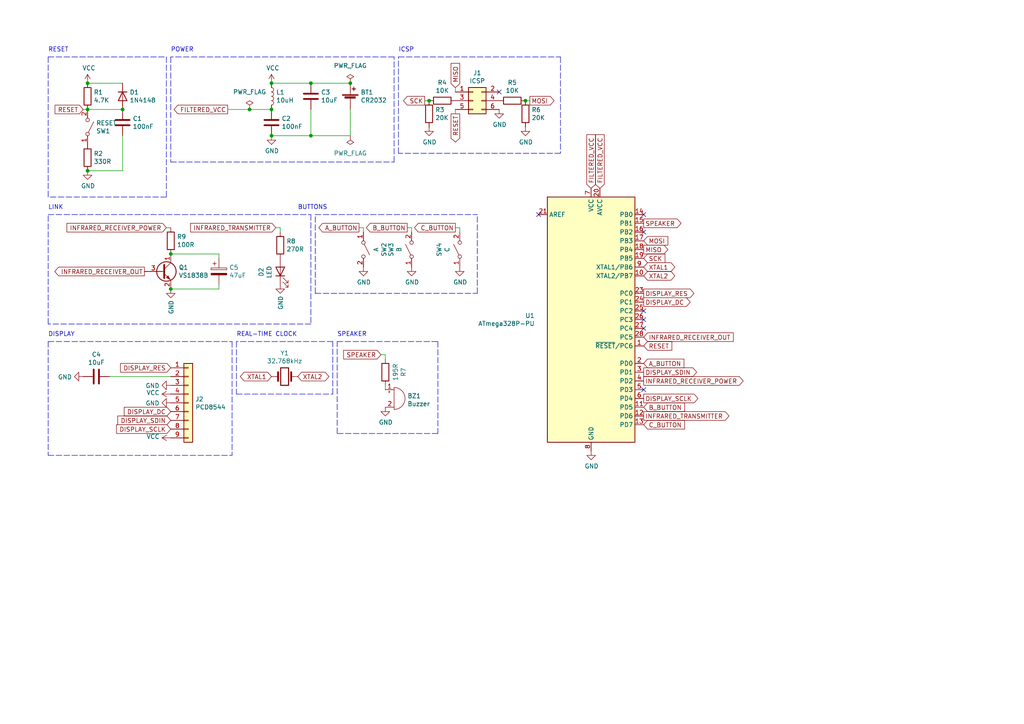
<source format=kicad_sch>
(kicad_sch (version 20211123) (generator eeschema)

  (uuid 8da933a9-35f8-42e6-8504-d1bab7264306)

  (paper "A4")

  (lib_symbols
    (symbol "Connector_Generic:Conn_01x09" (pin_names (offset 1.016) hide) (in_bom yes) (on_board yes)
      (property "Reference" "J" (id 0) (at 0 12.7 0)
        (effects (font (size 1.27 1.27)))
      )
      (property "Value" "Conn_01x09" (id 1) (at 0 -12.7 0)
        (effects (font (size 1.27 1.27)))
      )
      (property "Footprint" "" (id 2) (at 0 0 0)
        (effects (font (size 1.27 1.27)) hide)
      )
      (property "Datasheet" "~" (id 3) (at 0 0 0)
        (effects (font (size 1.27 1.27)) hide)
      )
      (property "ki_keywords" "connector" (id 4) (at 0 0 0)
        (effects (font (size 1.27 1.27)) hide)
      )
      (property "ki_description" "Generic connector, single row, 01x09, script generated (kicad-library-utils/schlib/autogen/connector/)" (id 5) (at 0 0 0)
        (effects (font (size 1.27 1.27)) hide)
      )
      (property "ki_fp_filters" "Connector*:*_1x??_*" (id 6) (at 0 0 0)
        (effects (font (size 1.27 1.27)) hide)
      )
      (symbol "Conn_01x09_1_1"
        (rectangle (start -1.27 -10.033) (end 0 -10.287)
          (stroke (width 0.1524) (type default) (color 0 0 0 0))
          (fill (type none))
        )
        (rectangle (start -1.27 -7.493) (end 0 -7.747)
          (stroke (width 0.1524) (type default) (color 0 0 0 0))
          (fill (type none))
        )
        (rectangle (start -1.27 -4.953) (end 0 -5.207)
          (stroke (width 0.1524) (type default) (color 0 0 0 0))
          (fill (type none))
        )
        (rectangle (start -1.27 -2.413) (end 0 -2.667)
          (stroke (width 0.1524) (type default) (color 0 0 0 0))
          (fill (type none))
        )
        (rectangle (start -1.27 0.127) (end 0 -0.127)
          (stroke (width 0.1524) (type default) (color 0 0 0 0))
          (fill (type none))
        )
        (rectangle (start -1.27 2.667) (end 0 2.413)
          (stroke (width 0.1524) (type default) (color 0 0 0 0))
          (fill (type none))
        )
        (rectangle (start -1.27 5.207) (end 0 4.953)
          (stroke (width 0.1524) (type default) (color 0 0 0 0))
          (fill (type none))
        )
        (rectangle (start -1.27 7.747) (end 0 7.493)
          (stroke (width 0.1524) (type default) (color 0 0 0 0))
          (fill (type none))
        )
        (rectangle (start -1.27 10.287) (end 0 10.033)
          (stroke (width 0.1524) (type default) (color 0 0 0 0))
          (fill (type none))
        )
        (rectangle (start -1.27 11.43) (end 1.27 -11.43)
          (stroke (width 0.254) (type default) (color 0 0 0 0))
          (fill (type background))
        )
        (pin passive line (at -5.08 10.16 0) (length 3.81)
          (name "Pin_1" (effects (font (size 1.27 1.27))))
          (number "1" (effects (font (size 1.27 1.27))))
        )
        (pin passive line (at -5.08 7.62 0) (length 3.81)
          (name "Pin_2" (effects (font (size 1.27 1.27))))
          (number "2" (effects (font (size 1.27 1.27))))
        )
        (pin passive line (at -5.08 5.08 0) (length 3.81)
          (name "Pin_3" (effects (font (size 1.27 1.27))))
          (number "3" (effects (font (size 1.27 1.27))))
        )
        (pin passive line (at -5.08 2.54 0) (length 3.81)
          (name "Pin_4" (effects (font (size 1.27 1.27))))
          (number "4" (effects (font (size 1.27 1.27))))
        )
        (pin passive line (at -5.08 0 0) (length 3.81)
          (name "Pin_5" (effects (font (size 1.27 1.27))))
          (number "5" (effects (font (size 1.27 1.27))))
        )
        (pin passive line (at -5.08 -2.54 0) (length 3.81)
          (name "Pin_6" (effects (font (size 1.27 1.27))))
          (number "6" (effects (font (size 1.27 1.27))))
        )
        (pin passive line (at -5.08 -5.08 0) (length 3.81)
          (name "Pin_7" (effects (font (size 1.27 1.27))))
          (number "7" (effects (font (size 1.27 1.27))))
        )
        (pin passive line (at -5.08 -7.62 0) (length 3.81)
          (name "Pin_8" (effects (font (size 1.27 1.27))))
          (number "8" (effects (font (size 1.27 1.27))))
        )
        (pin passive line (at -5.08 -10.16 0) (length 3.81)
          (name "Pin_9" (effects (font (size 1.27 1.27))))
          (number "9" (effects (font (size 1.27 1.27))))
        )
      )
    )
    (symbol "Connector_Generic:Conn_02x03_Odd_Even" (pin_names (offset 1.016) hide) (in_bom yes) (on_board yes)
      (property "Reference" "J" (id 0) (at 1.27 5.08 0)
        (effects (font (size 1.27 1.27)))
      )
      (property "Value" "Conn_02x03_Odd_Even" (id 1) (at 1.27 -5.08 0)
        (effects (font (size 1.27 1.27)))
      )
      (property "Footprint" "" (id 2) (at 0 0 0)
        (effects (font (size 1.27 1.27)) hide)
      )
      (property "Datasheet" "~" (id 3) (at 0 0 0)
        (effects (font (size 1.27 1.27)) hide)
      )
      (property "ki_keywords" "connector" (id 4) (at 0 0 0)
        (effects (font (size 1.27 1.27)) hide)
      )
      (property "ki_description" "Generic connector, double row, 02x03, odd/even pin numbering scheme (row 1 odd numbers, row 2 even numbers), script generated (kicad-library-utils/schlib/autogen/connector/)" (id 5) (at 0 0 0)
        (effects (font (size 1.27 1.27)) hide)
      )
      (property "ki_fp_filters" "Connector*:*_2x??_*" (id 6) (at 0 0 0)
        (effects (font (size 1.27 1.27)) hide)
      )
      (symbol "Conn_02x03_Odd_Even_1_1"
        (rectangle (start -1.27 -2.413) (end 0 -2.667)
          (stroke (width 0.1524) (type default) (color 0 0 0 0))
          (fill (type none))
        )
        (rectangle (start -1.27 0.127) (end 0 -0.127)
          (stroke (width 0.1524) (type default) (color 0 0 0 0))
          (fill (type none))
        )
        (rectangle (start -1.27 2.667) (end 0 2.413)
          (stroke (width 0.1524) (type default) (color 0 0 0 0))
          (fill (type none))
        )
        (rectangle (start -1.27 3.81) (end 3.81 -3.81)
          (stroke (width 0.254) (type default) (color 0 0 0 0))
          (fill (type background))
        )
        (rectangle (start 3.81 -2.413) (end 2.54 -2.667)
          (stroke (width 0.1524) (type default) (color 0 0 0 0))
          (fill (type none))
        )
        (rectangle (start 3.81 0.127) (end 2.54 -0.127)
          (stroke (width 0.1524) (type default) (color 0 0 0 0))
          (fill (type none))
        )
        (rectangle (start 3.81 2.667) (end 2.54 2.413)
          (stroke (width 0.1524) (type default) (color 0 0 0 0))
          (fill (type none))
        )
        (pin passive line (at -5.08 2.54 0) (length 3.81)
          (name "Pin_1" (effects (font (size 1.27 1.27))))
          (number "1" (effects (font (size 1.27 1.27))))
        )
        (pin passive line (at 7.62 2.54 180) (length 3.81)
          (name "Pin_2" (effects (font (size 1.27 1.27))))
          (number "2" (effects (font (size 1.27 1.27))))
        )
        (pin passive line (at -5.08 0 0) (length 3.81)
          (name "Pin_3" (effects (font (size 1.27 1.27))))
          (number "3" (effects (font (size 1.27 1.27))))
        )
        (pin passive line (at 7.62 0 180) (length 3.81)
          (name "Pin_4" (effects (font (size 1.27 1.27))))
          (number "4" (effects (font (size 1.27 1.27))))
        )
        (pin passive line (at -5.08 -2.54 0) (length 3.81)
          (name "Pin_5" (effects (font (size 1.27 1.27))))
          (number "5" (effects (font (size 1.27 1.27))))
        )
        (pin passive line (at 7.62 -2.54 180) (length 3.81)
          (name "Pin_6" (effects (font (size 1.27 1.27))))
          (number "6" (effects (font (size 1.27 1.27))))
        )
      )
    )
    (symbol "Device:Battery_Cell" (pin_numbers hide) (pin_names (offset 0) hide) (in_bom yes) (on_board yes)
      (property "Reference" "BT" (id 0) (at 2.54 2.54 0)
        (effects (font (size 1.27 1.27)) (justify left))
      )
      (property "Value" "Battery_Cell" (id 1) (at 2.54 0 0)
        (effects (font (size 1.27 1.27)) (justify left))
      )
      (property "Footprint" "" (id 2) (at 0 1.524 90)
        (effects (font (size 1.27 1.27)) hide)
      )
      (property "Datasheet" "~" (id 3) (at 0 1.524 90)
        (effects (font (size 1.27 1.27)) hide)
      )
      (property "ki_keywords" "battery cell" (id 4) (at 0 0 0)
        (effects (font (size 1.27 1.27)) hide)
      )
      (property "ki_description" "Single-cell battery" (id 5) (at 0 0 0)
        (effects (font (size 1.27 1.27)) hide)
      )
      (symbol "Battery_Cell_0_1"
        (rectangle (start -2.286 1.778) (end 2.286 1.524)
          (stroke (width 0) (type default) (color 0 0 0 0))
          (fill (type outline))
        )
        (rectangle (start -1.5748 1.1938) (end 1.4732 0.6858)
          (stroke (width 0) (type default) (color 0 0 0 0))
          (fill (type outline))
        )
        (polyline
          (pts
            (xy 0 0.762)
            (xy 0 0)
          )
          (stroke (width 0) (type default) (color 0 0 0 0))
          (fill (type none))
        )
        (polyline
          (pts
            (xy 0 1.778)
            (xy 0 2.54)
          )
          (stroke (width 0) (type default) (color 0 0 0 0))
          (fill (type none))
        )
        (polyline
          (pts
            (xy 0.508 3.429)
            (xy 1.524 3.429)
          )
          (stroke (width 0.254) (type default) (color 0 0 0 0))
          (fill (type none))
        )
        (polyline
          (pts
            (xy 1.016 3.937)
            (xy 1.016 2.921)
          )
          (stroke (width 0.254) (type default) (color 0 0 0 0))
          (fill (type none))
        )
      )
      (symbol "Battery_Cell_1_1"
        (pin passive line (at 0 5.08 270) (length 2.54)
          (name "+" (effects (font (size 1.27 1.27))))
          (number "1" (effects (font (size 1.27 1.27))))
        )
        (pin passive line (at 0 -2.54 90) (length 2.54)
          (name "-" (effects (font (size 1.27 1.27))))
          (number "2" (effects (font (size 1.27 1.27))))
        )
      )
    )
    (symbol "Device:Buzzer" (pin_names (offset 0.0254) hide) (in_bom yes) (on_board yes)
      (property "Reference" "BZ" (id 0) (at 3.81 1.27 0)
        (effects (font (size 1.27 1.27)) (justify left))
      )
      (property "Value" "Buzzer" (id 1) (at 3.81 -1.27 0)
        (effects (font (size 1.27 1.27)) (justify left))
      )
      (property "Footprint" "" (id 2) (at -0.635 2.54 90)
        (effects (font (size 1.27 1.27)) hide)
      )
      (property "Datasheet" "~" (id 3) (at -0.635 2.54 90)
        (effects (font (size 1.27 1.27)) hide)
      )
      (property "ki_keywords" "quartz resonator ceramic" (id 4) (at 0 0 0)
        (effects (font (size 1.27 1.27)) hide)
      )
      (property "ki_description" "Buzzer, polarized" (id 5) (at 0 0 0)
        (effects (font (size 1.27 1.27)) hide)
      )
      (property "ki_fp_filters" "*Buzzer*" (id 6) (at 0 0 0)
        (effects (font (size 1.27 1.27)) hide)
      )
      (symbol "Buzzer_0_1"
        (arc (start 0 -3.175) (mid 3.175 0) (end 0 3.175)
          (stroke (width 0) (type default) (color 0 0 0 0))
          (fill (type none))
        )
        (polyline
          (pts
            (xy -1.651 1.905)
            (xy -1.143 1.905)
          )
          (stroke (width 0) (type default) (color 0 0 0 0))
          (fill (type none))
        )
        (polyline
          (pts
            (xy -1.397 2.159)
            (xy -1.397 1.651)
          )
          (stroke (width 0) (type default) (color 0 0 0 0))
          (fill (type none))
        )
        (polyline
          (pts
            (xy 0 3.175)
            (xy 0 -3.175)
          )
          (stroke (width 0) (type default) (color 0 0 0 0))
          (fill (type none))
        )
      )
      (symbol "Buzzer_1_1"
        (pin passive line (at -2.54 2.54 0) (length 2.54)
          (name "-" (effects (font (size 1.27 1.27))))
          (number "1" (effects (font (size 1.27 1.27))))
        )
        (pin passive line (at -2.54 -2.54 0) (length 2.54)
          (name "+" (effects (font (size 1.27 1.27))))
          (number "2" (effects (font (size 1.27 1.27))))
        )
      )
    )
    (symbol "Device:C" (pin_numbers hide) (pin_names (offset 0.254)) (in_bom yes) (on_board yes)
      (property "Reference" "C" (id 0) (at 0.635 2.54 0)
        (effects (font (size 1.27 1.27)) (justify left))
      )
      (property "Value" "C" (id 1) (at 0.635 -2.54 0)
        (effects (font (size 1.27 1.27)) (justify left))
      )
      (property "Footprint" "" (id 2) (at 0.9652 -3.81 0)
        (effects (font (size 1.27 1.27)) hide)
      )
      (property "Datasheet" "~" (id 3) (at 0 0 0)
        (effects (font (size 1.27 1.27)) hide)
      )
      (property "ki_keywords" "cap capacitor" (id 4) (at 0 0 0)
        (effects (font (size 1.27 1.27)) hide)
      )
      (property "ki_description" "Unpolarized capacitor" (id 5) (at 0 0 0)
        (effects (font (size 1.27 1.27)) hide)
      )
      (property "ki_fp_filters" "C_*" (id 6) (at 0 0 0)
        (effects (font (size 1.27 1.27)) hide)
      )
      (symbol "C_0_1"
        (polyline
          (pts
            (xy -2.032 -0.762)
            (xy 2.032 -0.762)
          )
          (stroke (width 0.508) (type default) (color 0 0 0 0))
          (fill (type none))
        )
        (polyline
          (pts
            (xy -2.032 0.762)
            (xy 2.032 0.762)
          )
          (stroke (width 0.508) (type default) (color 0 0 0 0))
          (fill (type none))
        )
      )
      (symbol "C_1_1"
        (pin passive line (at 0 3.81 270) (length 2.794)
          (name "~" (effects (font (size 1.27 1.27))))
          (number "1" (effects (font (size 1.27 1.27))))
        )
        (pin passive line (at 0 -3.81 90) (length 2.794)
          (name "~" (effects (font (size 1.27 1.27))))
          (number "2" (effects (font (size 1.27 1.27))))
        )
      )
    )
    (symbol "Device:C_Polarized" (pin_numbers hide) (pin_names (offset 0.254)) (in_bom yes) (on_board yes)
      (property "Reference" "C" (id 0) (at 0.635 2.54 0)
        (effects (font (size 1.27 1.27)) (justify left))
      )
      (property "Value" "C_Polarized" (id 1) (at 0.635 -2.54 0)
        (effects (font (size 1.27 1.27)) (justify left))
      )
      (property "Footprint" "" (id 2) (at 0.9652 -3.81 0)
        (effects (font (size 1.27 1.27)) hide)
      )
      (property "Datasheet" "~" (id 3) (at 0 0 0)
        (effects (font (size 1.27 1.27)) hide)
      )
      (property "ki_keywords" "cap capacitor" (id 4) (at 0 0 0)
        (effects (font (size 1.27 1.27)) hide)
      )
      (property "ki_description" "Polarized capacitor" (id 5) (at 0 0 0)
        (effects (font (size 1.27 1.27)) hide)
      )
      (property "ki_fp_filters" "CP_*" (id 6) (at 0 0 0)
        (effects (font (size 1.27 1.27)) hide)
      )
      (symbol "C_Polarized_0_1"
        (rectangle (start -2.286 0.508) (end 2.286 1.016)
          (stroke (width 0) (type default) (color 0 0 0 0))
          (fill (type none))
        )
        (polyline
          (pts
            (xy -1.778 2.286)
            (xy -0.762 2.286)
          )
          (stroke (width 0) (type default) (color 0 0 0 0))
          (fill (type none))
        )
        (polyline
          (pts
            (xy -1.27 2.794)
            (xy -1.27 1.778)
          )
          (stroke (width 0) (type default) (color 0 0 0 0))
          (fill (type none))
        )
        (rectangle (start 2.286 -0.508) (end -2.286 -1.016)
          (stroke (width 0) (type default) (color 0 0 0 0))
          (fill (type outline))
        )
      )
      (symbol "C_Polarized_1_1"
        (pin passive line (at 0 3.81 270) (length 2.794)
          (name "~" (effects (font (size 1.27 1.27))))
          (number "1" (effects (font (size 1.27 1.27))))
        )
        (pin passive line (at 0 -3.81 90) (length 2.794)
          (name "~" (effects (font (size 1.27 1.27))))
          (number "2" (effects (font (size 1.27 1.27))))
        )
      )
    )
    (symbol "Device:Crystal" (pin_numbers hide) (pin_names (offset 1.016) hide) (in_bom yes) (on_board yes)
      (property "Reference" "Y" (id 0) (at 0 3.81 0)
        (effects (font (size 1.27 1.27)))
      )
      (property "Value" "Crystal" (id 1) (at 0 -3.81 0)
        (effects (font (size 1.27 1.27)))
      )
      (property "Footprint" "" (id 2) (at 0 0 0)
        (effects (font (size 1.27 1.27)) hide)
      )
      (property "Datasheet" "~" (id 3) (at 0 0 0)
        (effects (font (size 1.27 1.27)) hide)
      )
      (property "ki_keywords" "quartz ceramic resonator oscillator" (id 4) (at 0 0 0)
        (effects (font (size 1.27 1.27)) hide)
      )
      (property "ki_description" "Two pin crystal" (id 5) (at 0 0 0)
        (effects (font (size 1.27 1.27)) hide)
      )
      (property "ki_fp_filters" "Crystal*" (id 6) (at 0 0 0)
        (effects (font (size 1.27 1.27)) hide)
      )
      (symbol "Crystal_0_1"
        (rectangle (start -1.143 2.54) (end 1.143 -2.54)
          (stroke (width 0.3048) (type default) (color 0 0 0 0))
          (fill (type none))
        )
        (polyline
          (pts
            (xy -2.54 0)
            (xy -1.905 0)
          )
          (stroke (width 0) (type default) (color 0 0 0 0))
          (fill (type none))
        )
        (polyline
          (pts
            (xy -1.905 -1.27)
            (xy -1.905 1.27)
          )
          (stroke (width 0.508) (type default) (color 0 0 0 0))
          (fill (type none))
        )
        (polyline
          (pts
            (xy 1.905 -1.27)
            (xy 1.905 1.27)
          )
          (stroke (width 0.508) (type default) (color 0 0 0 0))
          (fill (type none))
        )
        (polyline
          (pts
            (xy 2.54 0)
            (xy 1.905 0)
          )
          (stroke (width 0) (type default) (color 0 0 0 0))
          (fill (type none))
        )
      )
      (symbol "Crystal_1_1"
        (pin passive line (at -3.81 0 0) (length 1.27)
          (name "1" (effects (font (size 1.27 1.27))))
          (number "1" (effects (font (size 1.27 1.27))))
        )
        (pin passive line (at 3.81 0 180) (length 1.27)
          (name "2" (effects (font (size 1.27 1.27))))
          (number "2" (effects (font (size 1.27 1.27))))
        )
      )
    )
    (symbol "Device:D" (pin_numbers hide) (pin_names (offset 1.016) hide) (in_bom yes) (on_board yes)
      (property "Reference" "D" (id 0) (at 0 2.54 0)
        (effects (font (size 1.27 1.27)))
      )
      (property "Value" "D" (id 1) (at 0 -2.54 0)
        (effects (font (size 1.27 1.27)))
      )
      (property "Footprint" "" (id 2) (at 0 0 0)
        (effects (font (size 1.27 1.27)) hide)
      )
      (property "Datasheet" "~" (id 3) (at 0 0 0)
        (effects (font (size 1.27 1.27)) hide)
      )
      (property "ki_keywords" "diode" (id 4) (at 0 0 0)
        (effects (font (size 1.27 1.27)) hide)
      )
      (property "ki_description" "Diode" (id 5) (at 0 0 0)
        (effects (font (size 1.27 1.27)) hide)
      )
      (property "ki_fp_filters" "TO-???* *_Diode_* *SingleDiode* D_*" (id 6) (at 0 0 0)
        (effects (font (size 1.27 1.27)) hide)
      )
      (symbol "D_0_1"
        (polyline
          (pts
            (xy -1.27 1.27)
            (xy -1.27 -1.27)
          )
          (stroke (width 0.254) (type default) (color 0 0 0 0))
          (fill (type none))
        )
        (polyline
          (pts
            (xy 1.27 0)
            (xy -1.27 0)
          )
          (stroke (width 0) (type default) (color 0 0 0 0))
          (fill (type none))
        )
        (polyline
          (pts
            (xy 1.27 1.27)
            (xy 1.27 -1.27)
            (xy -1.27 0)
            (xy 1.27 1.27)
          )
          (stroke (width 0.254) (type default) (color 0 0 0 0))
          (fill (type none))
        )
      )
      (symbol "D_1_1"
        (pin passive line (at -3.81 0 0) (length 2.54)
          (name "K" (effects (font (size 1.27 1.27))))
          (number "1" (effects (font (size 1.27 1.27))))
        )
        (pin passive line (at 3.81 0 180) (length 2.54)
          (name "A" (effects (font (size 1.27 1.27))))
          (number "2" (effects (font (size 1.27 1.27))))
        )
      )
    )
    (symbol "Device:L" (pin_numbers hide) (pin_names (offset 1.016) hide) (in_bom yes) (on_board yes)
      (property "Reference" "L" (id 0) (at -1.27 0 90)
        (effects (font (size 1.27 1.27)))
      )
      (property "Value" "L" (id 1) (at 1.905 0 90)
        (effects (font (size 1.27 1.27)))
      )
      (property "Footprint" "" (id 2) (at 0 0 0)
        (effects (font (size 1.27 1.27)) hide)
      )
      (property "Datasheet" "~" (id 3) (at 0 0 0)
        (effects (font (size 1.27 1.27)) hide)
      )
      (property "ki_keywords" "inductor choke coil reactor magnetic" (id 4) (at 0 0 0)
        (effects (font (size 1.27 1.27)) hide)
      )
      (property "ki_description" "Inductor" (id 5) (at 0 0 0)
        (effects (font (size 1.27 1.27)) hide)
      )
      (property "ki_fp_filters" "Choke_* *Coil* Inductor_* L_*" (id 6) (at 0 0 0)
        (effects (font (size 1.27 1.27)) hide)
      )
      (symbol "L_0_1"
        (arc (start 0 -2.54) (mid 0.635 -1.905) (end 0 -1.27)
          (stroke (width 0) (type default) (color 0 0 0 0))
          (fill (type none))
        )
        (arc (start 0 -1.27) (mid 0.635 -0.635) (end 0 0)
          (stroke (width 0) (type default) (color 0 0 0 0))
          (fill (type none))
        )
        (arc (start 0 0) (mid 0.635 0.635) (end 0 1.27)
          (stroke (width 0) (type default) (color 0 0 0 0))
          (fill (type none))
        )
        (arc (start 0 1.27) (mid 0.635 1.905) (end 0 2.54)
          (stroke (width 0) (type default) (color 0 0 0 0))
          (fill (type none))
        )
      )
      (symbol "L_1_1"
        (pin passive line (at 0 3.81 270) (length 1.27)
          (name "1" (effects (font (size 1.27 1.27))))
          (number "1" (effects (font (size 1.27 1.27))))
        )
        (pin passive line (at 0 -3.81 90) (length 1.27)
          (name "2" (effects (font (size 1.27 1.27))))
          (number "2" (effects (font (size 1.27 1.27))))
        )
      )
    )
    (symbol "Device:LED" (pin_numbers hide) (pin_names (offset 1.016) hide) (in_bom yes) (on_board yes)
      (property "Reference" "D" (id 0) (at 0 2.54 0)
        (effects (font (size 1.27 1.27)))
      )
      (property "Value" "LED" (id 1) (at 0 -2.54 0)
        (effects (font (size 1.27 1.27)))
      )
      (property "Footprint" "" (id 2) (at 0 0 0)
        (effects (font (size 1.27 1.27)) hide)
      )
      (property "Datasheet" "~" (id 3) (at 0 0 0)
        (effects (font (size 1.27 1.27)) hide)
      )
      (property "ki_keywords" "LED diode" (id 4) (at 0 0 0)
        (effects (font (size 1.27 1.27)) hide)
      )
      (property "ki_description" "Light emitting diode" (id 5) (at 0 0 0)
        (effects (font (size 1.27 1.27)) hide)
      )
      (property "ki_fp_filters" "LED* LED_SMD:* LED_THT:*" (id 6) (at 0 0 0)
        (effects (font (size 1.27 1.27)) hide)
      )
      (symbol "LED_0_1"
        (polyline
          (pts
            (xy -1.27 -1.27)
            (xy -1.27 1.27)
          )
          (stroke (width 0.254) (type default) (color 0 0 0 0))
          (fill (type none))
        )
        (polyline
          (pts
            (xy -1.27 0)
            (xy 1.27 0)
          )
          (stroke (width 0) (type default) (color 0 0 0 0))
          (fill (type none))
        )
        (polyline
          (pts
            (xy 1.27 -1.27)
            (xy 1.27 1.27)
            (xy -1.27 0)
            (xy 1.27 -1.27)
          )
          (stroke (width 0.254) (type default) (color 0 0 0 0))
          (fill (type none))
        )
        (polyline
          (pts
            (xy -3.048 -0.762)
            (xy -4.572 -2.286)
            (xy -3.81 -2.286)
            (xy -4.572 -2.286)
            (xy -4.572 -1.524)
          )
          (stroke (width 0) (type default) (color 0 0 0 0))
          (fill (type none))
        )
        (polyline
          (pts
            (xy -1.778 -0.762)
            (xy -3.302 -2.286)
            (xy -2.54 -2.286)
            (xy -3.302 -2.286)
            (xy -3.302 -1.524)
          )
          (stroke (width 0) (type default) (color 0 0 0 0))
          (fill (type none))
        )
      )
      (symbol "LED_1_1"
        (pin passive line (at -3.81 0 0) (length 2.54)
          (name "K" (effects (font (size 1.27 1.27))))
          (number "1" (effects (font (size 1.27 1.27))))
        )
        (pin passive line (at 3.81 0 180) (length 2.54)
          (name "A" (effects (font (size 1.27 1.27))))
          (number "2" (effects (font (size 1.27 1.27))))
        )
      )
    )
    (symbol "Device:R" (pin_numbers hide) (pin_names (offset 0)) (in_bom yes) (on_board yes)
      (property "Reference" "R" (id 0) (at 2.032 0 90)
        (effects (font (size 1.27 1.27)))
      )
      (property "Value" "R" (id 1) (at 0 0 90)
        (effects (font (size 1.27 1.27)))
      )
      (property "Footprint" "" (id 2) (at -1.778 0 90)
        (effects (font (size 1.27 1.27)) hide)
      )
      (property "Datasheet" "~" (id 3) (at 0 0 0)
        (effects (font (size 1.27 1.27)) hide)
      )
      (property "ki_keywords" "R res resistor" (id 4) (at 0 0 0)
        (effects (font (size 1.27 1.27)) hide)
      )
      (property "ki_description" "Resistor" (id 5) (at 0 0 0)
        (effects (font (size 1.27 1.27)) hide)
      )
      (property "ki_fp_filters" "R_*" (id 6) (at 0 0 0)
        (effects (font (size 1.27 1.27)) hide)
      )
      (symbol "R_0_1"
        (rectangle (start -1.016 -2.54) (end 1.016 2.54)
          (stroke (width 0.254) (type default) (color 0 0 0 0))
          (fill (type none))
        )
      )
      (symbol "R_1_1"
        (pin passive line (at 0 3.81 270) (length 1.27)
          (name "~" (effects (font (size 1.27 1.27))))
          (number "1" (effects (font (size 1.27 1.27))))
        )
        (pin passive line (at 0 -3.81 90) (length 1.27)
          (name "~" (effects (font (size 1.27 1.27))))
          (number "2" (effects (font (size 1.27 1.27))))
        )
      )
    )
    (symbol "MCU_Microchip_ATmega:ATmega328P-P" (in_bom yes) (on_board yes)
      (property "Reference" "U" (id 0) (at -12.7 36.83 0)
        (effects (font (size 1.27 1.27)) (justify left bottom))
      )
      (property "Value" "ATmega328P-P" (id 1) (at 2.54 -36.83 0)
        (effects (font (size 1.27 1.27)) (justify left top))
      )
      (property "Footprint" "Package_DIP:DIP-28_W7.62mm" (id 2) (at 0 0 0)
        (effects (font (size 1.27 1.27) italic) hide)
      )
      (property "Datasheet" "http://ww1.microchip.com/downloads/en/DeviceDoc/ATmega328_P%20AVR%20MCU%20with%20picoPower%20Technology%20Data%20Sheet%2040001984A.pdf" (id 3) (at 0 0 0)
        (effects (font (size 1.27 1.27)) hide)
      )
      (property "ki_keywords" "AVR 8bit Microcontroller MegaAVR PicoPower" (id 4) (at 0 0 0)
        (effects (font (size 1.27 1.27)) hide)
      )
      (property "ki_description" "20MHz, 32kB Flash, 2kB SRAM, 1kB EEPROM, DIP-28" (id 5) (at 0 0 0)
        (effects (font (size 1.27 1.27)) hide)
      )
      (property "ki_fp_filters" "DIP*W7.62mm*" (id 6) (at 0 0 0)
        (effects (font (size 1.27 1.27)) hide)
      )
      (symbol "ATmega328P-P_0_1"
        (rectangle (start -12.7 -35.56) (end 12.7 35.56)
          (stroke (width 0.254) (type default) (color 0 0 0 0))
          (fill (type background))
        )
      )
      (symbol "ATmega328P-P_1_1"
        (pin bidirectional line (at 15.24 -7.62 180) (length 2.54)
          (name "~{RESET}/PC6" (effects (font (size 1.27 1.27))))
          (number "1" (effects (font (size 1.27 1.27))))
        )
        (pin bidirectional line (at 15.24 12.7 180) (length 2.54)
          (name "XTAL2/PB7" (effects (font (size 1.27 1.27))))
          (number "10" (effects (font (size 1.27 1.27))))
        )
        (pin bidirectional line (at 15.24 -25.4 180) (length 2.54)
          (name "PD5" (effects (font (size 1.27 1.27))))
          (number "11" (effects (font (size 1.27 1.27))))
        )
        (pin bidirectional line (at 15.24 -27.94 180) (length 2.54)
          (name "PD6" (effects (font (size 1.27 1.27))))
          (number "12" (effects (font (size 1.27 1.27))))
        )
        (pin bidirectional line (at 15.24 -30.48 180) (length 2.54)
          (name "PD7" (effects (font (size 1.27 1.27))))
          (number "13" (effects (font (size 1.27 1.27))))
        )
        (pin bidirectional line (at 15.24 30.48 180) (length 2.54)
          (name "PB0" (effects (font (size 1.27 1.27))))
          (number "14" (effects (font (size 1.27 1.27))))
        )
        (pin bidirectional line (at 15.24 27.94 180) (length 2.54)
          (name "PB1" (effects (font (size 1.27 1.27))))
          (number "15" (effects (font (size 1.27 1.27))))
        )
        (pin bidirectional line (at 15.24 25.4 180) (length 2.54)
          (name "PB2" (effects (font (size 1.27 1.27))))
          (number "16" (effects (font (size 1.27 1.27))))
        )
        (pin bidirectional line (at 15.24 22.86 180) (length 2.54)
          (name "PB3" (effects (font (size 1.27 1.27))))
          (number "17" (effects (font (size 1.27 1.27))))
        )
        (pin bidirectional line (at 15.24 20.32 180) (length 2.54)
          (name "PB4" (effects (font (size 1.27 1.27))))
          (number "18" (effects (font (size 1.27 1.27))))
        )
        (pin bidirectional line (at 15.24 17.78 180) (length 2.54)
          (name "PB5" (effects (font (size 1.27 1.27))))
          (number "19" (effects (font (size 1.27 1.27))))
        )
        (pin bidirectional line (at 15.24 -12.7 180) (length 2.54)
          (name "PD0" (effects (font (size 1.27 1.27))))
          (number "2" (effects (font (size 1.27 1.27))))
        )
        (pin power_in line (at 2.54 38.1 270) (length 2.54)
          (name "AVCC" (effects (font (size 1.27 1.27))))
          (number "20" (effects (font (size 1.27 1.27))))
        )
        (pin passive line (at -15.24 30.48 0) (length 2.54)
          (name "AREF" (effects (font (size 1.27 1.27))))
          (number "21" (effects (font (size 1.27 1.27))))
        )
        (pin passive line (at 0 -38.1 90) (length 2.54) hide
          (name "GND" (effects (font (size 1.27 1.27))))
          (number "22" (effects (font (size 1.27 1.27))))
        )
        (pin bidirectional line (at 15.24 7.62 180) (length 2.54)
          (name "PC0" (effects (font (size 1.27 1.27))))
          (number "23" (effects (font (size 1.27 1.27))))
        )
        (pin bidirectional line (at 15.24 5.08 180) (length 2.54)
          (name "PC1" (effects (font (size 1.27 1.27))))
          (number "24" (effects (font (size 1.27 1.27))))
        )
        (pin bidirectional line (at 15.24 2.54 180) (length 2.54)
          (name "PC2" (effects (font (size 1.27 1.27))))
          (number "25" (effects (font (size 1.27 1.27))))
        )
        (pin bidirectional line (at 15.24 0 180) (length 2.54)
          (name "PC3" (effects (font (size 1.27 1.27))))
          (number "26" (effects (font (size 1.27 1.27))))
        )
        (pin bidirectional line (at 15.24 -2.54 180) (length 2.54)
          (name "PC4" (effects (font (size 1.27 1.27))))
          (number "27" (effects (font (size 1.27 1.27))))
        )
        (pin bidirectional line (at 15.24 -5.08 180) (length 2.54)
          (name "PC5" (effects (font (size 1.27 1.27))))
          (number "28" (effects (font (size 1.27 1.27))))
        )
        (pin bidirectional line (at 15.24 -15.24 180) (length 2.54)
          (name "PD1" (effects (font (size 1.27 1.27))))
          (number "3" (effects (font (size 1.27 1.27))))
        )
        (pin bidirectional line (at 15.24 -17.78 180) (length 2.54)
          (name "PD2" (effects (font (size 1.27 1.27))))
          (number "4" (effects (font (size 1.27 1.27))))
        )
        (pin bidirectional line (at 15.24 -20.32 180) (length 2.54)
          (name "PD3" (effects (font (size 1.27 1.27))))
          (number "5" (effects (font (size 1.27 1.27))))
        )
        (pin bidirectional line (at 15.24 -22.86 180) (length 2.54)
          (name "PD4" (effects (font (size 1.27 1.27))))
          (number "6" (effects (font (size 1.27 1.27))))
        )
        (pin power_in line (at 0 38.1 270) (length 2.54)
          (name "VCC" (effects (font (size 1.27 1.27))))
          (number "7" (effects (font (size 1.27 1.27))))
        )
        (pin power_in line (at 0 -38.1 90) (length 2.54)
          (name "GND" (effects (font (size 1.27 1.27))))
          (number "8" (effects (font (size 1.27 1.27))))
        )
        (pin bidirectional line (at 15.24 15.24 180) (length 2.54)
          (name "XTAL1/PB6" (effects (font (size 1.27 1.27))))
          (number "9" (effects (font (size 1.27 1.27))))
        )
      )
    )
    (symbol "Switch:SW_SPST" (pin_names (offset 0) hide) (in_bom yes) (on_board yes)
      (property "Reference" "SW" (id 0) (at 0 3.175 0)
        (effects (font (size 1.27 1.27)))
      )
      (property "Value" "SW_SPST" (id 1) (at 0 -2.54 0)
        (effects (font (size 1.27 1.27)))
      )
      (property "Footprint" "" (id 2) (at 0 0 0)
        (effects (font (size 1.27 1.27)) hide)
      )
      (property "Datasheet" "~" (id 3) (at 0 0 0)
        (effects (font (size 1.27 1.27)) hide)
      )
      (property "ki_keywords" "switch lever" (id 4) (at 0 0 0)
        (effects (font (size 1.27 1.27)) hide)
      )
      (property "ki_description" "Single Pole Single Throw (SPST) switch" (id 5) (at 0 0 0)
        (effects (font (size 1.27 1.27)) hide)
      )
      (symbol "SW_SPST_0_0"
        (circle (center -2.032 0) (radius 0.508)
          (stroke (width 0) (type default) (color 0 0 0 0))
          (fill (type none))
        )
        (polyline
          (pts
            (xy -1.524 0.254)
            (xy 1.524 1.778)
          )
          (stroke (width 0) (type default) (color 0 0 0 0))
          (fill (type none))
        )
        (circle (center 2.032 0) (radius 0.508)
          (stroke (width 0) (type default) (color 0 0 0 0))
          (fill (type none))
        )
      )
      (symbol "SW_SPST_1_1"
        (pin passive line (at -5.08 0 0) (length 2.54)
          (name "A" (effects (font (size 1.27 1.27))))
          (number "1" (effects (font (size 1.27 1.27))))
        )
        (pin passive line (at 5.08 0 180) (length 2.54)
          (name "B" (effects (font (size 1.27 1.27))))
          (number "2" (effects (font (size 1.27 1.27))))
        )
      )
    )
    (symbol "Transistor_BJT:BC240" (pin_names (offset 0) hide) (in_bom yes) (on_board yes)
      (property "Reference" "Q" (id 0) (at 5.08 1.905 0)
        (effects (font (size 1.27 1.27)) (justify left))
      )
      (property "Value" "BC240" (id 1) (at 5.08 0 0)
        (effects (font (size 1.27 1.27)) (justify left))
      )
      (property "Footprint" "Package_TO_SOT_THT:TO-92_Inline" (id 2) (at 5.08 -1.905 0)
        (effects (font (size 1.27 1.27) italic) (justify left) hide)
      )
      (property "Datasheet" "https://www.onsemi.com/pub/Collateral/BF420-D.PDF" (id 3) (at 0 0 0)
        (effects (font (size 1.27 1.27)) (justify left) hide)
      )
      (property "ki_keywords" "RF NPN Transistor" (id 4) (at 0 0 0)
        (effects (font (size 1.27 1.27)) hide)
      )
      (property "ki_description" "50mA Ic, 40V Vce, RF Signal NPN Transistor, TO-92" (id 5) (at 0 0 0)
        (effects (font (size 1.27 1.27)) hide)
      )
      (property "ki_fp_filters" "TO?92*" (id 6) (at 0 0 0)
        (effects (font (size 1.27 1.27)) hide)
      )
      (symbol "BC240_0_1"
        (polyline
          (pts
            (xy 0 0)
            (xy 0.635 0)
          )
          (stroke (width 0) (type default) (color 0 0 0 0))
          (fill (type none))
        )
        (polyline
          (pts
            (xy 0.635 0.635)
            (xy 2.54 2.54)
          )
          (stroke (width 0) (type default) (color 0 0 0 0))
          (fill (type none))
        )
        (polyline
          (pts
            (xy 0.635 -0.635)
            (xy 2.54 -2.54)
            (xy 2.54 -2.54)
          )
          (stroke (width 0) (type default) (color 0 0 0 0))
          (fill (type none))
        )
        (polyline
          (pts
            (xy 0.635 1.905)
            (xy 0.635 -1.905)
            (xy 0.635 -1.905)
          )
          (stroke (width 0.508) (type default) (color 0 0 0 0))
          (fill (type none))
        )
        (polyline
          (pts
            (xy 1.27 -1.778)
            (xy 1.778 -1.27)
            (xy 2.286 -2.286)
            (xy 1.27 -1.778)
            (xy 1.27 -1.778)
          )
          (stroke (width 0) (type default) (color 0 0 0 0))
          (fill (type outline))
        )
        (circle (center 1.27 0) (radius 2.8194)
          (stroke (width 0.254) (type default) (color 0 0 0 0))
          (fill (type none))
        )
      )
      (symbol "BC240_1_1"
        (pin passive line (at 2.54 5.08 270) (length 2.54)
          (name "C" (effects (font (size 1.27 1.27))))
          (number "1" (effects (font (size 1.27 1.27))))
        )
        (pin passive line (at 2.54 -5.08 90) (length 2.54)
          (name "E" (effects (font (size 1.27 1.27))))
          (number "2" (effects (font (size 1.27 1.27))))
        )
        (pin input line (at -5.08 0 0) (length 5.08)
          (name "B" (effects (font (size 1.27 1.27))))
          (number "3" (effects (font (size 1.27 1.27))))
        )
      )
    )
    (symbol "power:GND" (power) (pin_names (offset 0)) (in_bom yes) (on_board yes)
      (property "Reference" "#PWR" (id 0) (at 0 -6.35 0)
        (effects (font (size 1.27 1.27)) hide)
      )
      (property "Value" "GND" (id 1) (at 0 -3.81 0)
        (effects (font (size 1.27 1.27)))
      )
      (property "Footprint" "" (id 2) (at 0 0 0)
        (effects (font (size 1.27 1.27)) hide)
      )
      (property "Datasheet" "" (id 3) (at 0 0 0)
        (effects (font (size 1.27 1.27)) hide)
      )
      (property "ki_keywords" "power-flag" (id 4) (at 0 0 0)
        (effects (font (size 1.27 1.27)) hide)
      )
      (property "ki_description" "Power symbol creates a global label with name \"GND\" , ground" (id 5) (at 0 0 0)
        (effects (font (size 1.27 1.27)) hide)
      )
      (symbol "GND_0_1"
        (polyline
          (pts
            (xy 0 0)
            (xy 0 -1.27)
            (xy 1.27 -1.27)
            (xy 0 -2.54)
            (xy -1.27 -1.27)
            (xy 0 -1.27)
          )
          (stroke (width 0) (type default) (color 0 0 0 0))
          (fill (type none))
        )
      )
      (symbol "GND_1_1"
        (pin power_in line (at 0 0 270) (length 0) hide
          (name "GND" (effects (font (size 1.27 1.27))))
          (number "1" (effects (font (size 1.27 1.27))))
        )
      )
    )
    (symbol "power:PWR_FLAG" (power) (pin_numbers hide) (pin_names (offset 0) hide) (in_bom yes) (on_board yes)
      (property "Reference" "#FLG" (id 0) (at 0 1.905 0)
        (effects (font (size 1.27 1.27)) hide)
      )
      (property "Value" "PWR_FLAG" (id 1) (at 0 3.81 0)
        (effects (font (size 1.27 1.27)))
      )
      (property "Footprint" "" (id 2) (at 0 0 0)
        (effects (font (size 1.27 1.27)) hide)
      )
      (property "Datasheet" "~" (id 3) (at 0 0 0)
        (effects (font (size 1.27 1.27)) hide)
      )
      (property "ki_keywords" "power-flag" (id 4) (at 0 0 0)
        (effects (font (size 1.27 1.27)) hide)
      )
      (property "ki_description" "Special symbol for telling ERC where power comes from" (id 5) (at 0 0 0)
        (effects (font (size 1.27 1.27)) hide)
      )
      (symbol "PWR_FLAG_0_0"
        (pin power_out line (at 0 0 90) (length 0)
          (name "pwr" (effects (font (size 1.27 1.27))))
          (number "1" (effects (font (size 1.27 1.27))))
        )
      )
      (symbol "PWR_FLAG_0_1"
        (polyline
          (pts
            (xy 0 0)
            (xy 0 1.27)
            (xy -1.016 1.905)
            (xy 0 2.54)
            (xy 1.016 1.905)
            (xy 0 1.27)
          )
          (stroke (width 0) (type default) (color 0 0 0 0))
          (fill (type none))
        )
      )
    )
    (symbol "power:VCC" (power) (pin_names (offset 0)) (in_bom yes) (on_board yes)
      (property "Reference" "#PWR" (id 0) (at 0 -3.81 0)
        (effects (font (size 1.27 1.27)) hide)
      )
      (property "Value" "VCC" (id 1) (at 0 3.81 0)
        (effects (font (size 1.27 1.27)))
      )
      (property "Footprint" "" (id 2) (at 0 0 0)
        (effects (font (size 1.27 1.27)) hide)
      )
      (property "Datasheet" "" (id 3) (at 0 0 0)
        (effects (font (size 1.27 1.27)) hide)
      )
      (property "ki_keywords" "power-flag" (id 4) (at 0 0 0)
        (effects (font (size 1.27 1.27)) hide)
      )
      (property "ki_description" "Power symbol creates a global label with name \"VCC\"" (id 5) (at 0 0 0)
        (effects (font (size 1.27 1.27)) hide)
      )
      (symbol "VCC_0_1"
        (polyline
          (pts
            (xy -0.762 1.27)
            (xy 0 2.54)
          )
          (stroke (width 0) (type default) (color 0 0 0 0))
          (fill (type none))
        )
        (polyline
          (pts
            (xy 0 0)
            (xy 0 2.54)
          )
          (stroke (width 0) (type default) (color 0 0 0 0))
          (fill (type none))
        )
        (polyline
          (pts
            (xy 0 2.54)
            (xy 0.762 1.27)
          )
          (stroke (width 0) (type default) (color 0 0 0 0))
          (fill (type none))
        )
      )
      (symbol "VCC_1_1"
        (pin power_in line (at 0 0 90) (length 0) hide
          (name "VCC" (effects (font (size 1.27 1.27))))
          (number "1" (effects (font (size 1.27 1.27))))
        )
      )
    )
  )

  (junction (at 90.17 24.13) (diameter 0) (color 0 0 0 0)
    (uuid 1199146e-a60b-416a-b503-e77d6d2892f9)
  )
  (junction (at 49.53 83.82) (diameter 0) (color 0 0 0 0)
    (uuid 22999e73-da32-43a5-9163-4b3a41614f25)
  )
  (junction (at 25.4 31.75) (diameter 0) (color 0 0 0 0)
    (uuid 34cdc1c9-c9e2-44c4-9677-c1c7d7efd83d)
  )
  (junction (at 25.4 49.53) (diameter 0) (color 0 0 0 0)
    (uuid 45884597-7014-4461-83ee-9975c42b9a53)
  )
  (junction (at 101.6 24.13) (diameter 0) (color 0 0 0 0)
    (uuid 4905fab8-95b9-4f52-82e0-49605ee7a4cc)
  )
  (junction (at 124.46 29.21) (diameter 0) (color 0 0 0 0)
    (uuid 676efd2f-1c48-4786-9e4b-2444f1e8f6ff)
  )
  (junction (at 152.4 29.21) (diameter 0) (color 0 0 0 0)
    (uuid 6c67e4f6-9d04-4539-b356-b76e915ce848)
  )
  (junction (at 90.17 39.37) (diameter 0) (color 0 0 0 0)
    (uuid 9186dae5-6dc3-4744-9f90-e697559c6ac8)
  )
  (junction (at 78.74 39.37) (diameter 0) (color 0 0 0 0)
    (uuid 98b00c9d-9188-4bce-aa70-92d12dd9cf82)
  )
  (junction (at 72.39 31.75) (diameter 0) (color 0 0 0 0)
    (uuid a896cba1-ee45-420a-a8d3-8bb2f99b8b38)
  )
  (junction (at 49.53 73.66) (diameter 0) (color 0 0 0 0)
    (uuid c1c799a0-3c93-493a-9ad7-8a0561bc69ee)
  )
  (junction (at 35.56 31.75) (diameter 0) (color 0 0 0 0)
    (uuid c49d23ab-146d-4089-864f-2d22b5b414b9)
  )
  (junction (at 78.74 24.13) (diameter 0) (color 0 0 0 0)
    (uuid cc15f583-a41b-43af-ba94-a75455506a96)
  )
  (junction (at 25.4 24.13) (diameter 0) (color 0 0 0 0)
    (uuid e4d2f565-25a0-48c6-be59-f4bf31ad2558)
  )
  (junction (at 78.74 31.75) (diameter 0) (color 0 0 0 0)
    (uuid fa918b6d-f6cf-4471-be3b-4ff713f55a2e)
  )

  (no_connect (at 144.78 26.67) (uuid 40165eda-4ba6-4565-9bb4-b9df6dbb08da))
  (no_connect (at 186.69 62.23) (uuid c2c8ebac-895e-4ef2-a729-a7f25897c566))
  (no_connect (at 186.69 67.31) (uuid c2c8ebac-895e-4ef2-a729-a7f25897c566))
  (no_connect (at 186.69 90.17) (uuid c2c8ebac-895e-4ef2-a729-a7f25897c566))
  (no_connect (at 186.69 95.25) (uuid c2c8ebac-895e-4ef2-a729-a7f25897c566))
  (no_connect (at 186.69 92.71) (uuid c2c8ebac-895e-4ef2-a729-a7f25897c566))
  (no_connect (at 186.69 113.03) (uuid c2c8ebac-895e-4ef2-a729-a7f25897c566))
  (no_connect (at 156.21 62.23) (uuid e3fc1e69-a11c-4c84-8952-fefb9372474e))

  (polyline (pts (xy 115.57 16.51) (xy 162.56 16.51))
    (stroke (width 0) (type default) (color 0 0 0 0))
    (uuid 009a4fb4-fcc0-4623-ae5d-c1bae3219583)
  )
  (polyline (pts (xy 13.97 62.23) (xy 90.17 62.23))
    (stroke (width 0) (type default) (color 0 0 0 0))
    (uuid 00e38d63-5436-49db-81f5-697421f168fc)
  )

  (wire (pts (xy 105.41 66.04) (xy 105.41 67.31))
    (stroke (width 0) (type default) (color 0 0 0 0))
    (uuid 071522c0-d0ed-49b9-906e-6295f67fb0dc)
  )
  (wire (pts (xy 35.56 49.53) (xy 25.4 49.53))
    (stroke (width 0) (type default) (color 0 0 0 0))
    (uuid 0f31f11f-c374-4640-b9a4-07bbdba8d354)
  )
  (wire (pts (xy 25.4 31.75) (xy 35.56 31.75))
    (stroke (width 0) (type default) (color 0 0 0 0))
    (uuid 109caac1-5036-4f23-9a66-f569d871501b)
  )
  (polyline (pts (xy 114.3 16.51) (xy 49.53 16.51))
    (stroke (width 0) (type default) (color 0 0 0 0))
    (uuid 16121028-bdf5-49c0-aae7-e28fe5bfa771)
  )

  (wire (pts (xy 25.4 31.75) (xy 24.13 31.75))
    (stroke (width 0) (type default) (color 0 0 0 0))
    (uuid 18b7e157-ae67-48ad-bd7c-9fef6fe45b22)
  )
  (wire (pts (xy 111.76 104.14) (xy 111.76 102.87))
    (stroke (width 0) (type default) (color 0 0 0 0))
    (uuid 240c10af-51b5-420e-a6f4-a2c8f5db1db5)
  )
  (polyline (pts (xy 96.52 114.3) (xy 96.52 99.06))
    (stroke (width 0) (type default) (color 0 0 0 0))
    (uuid 25e5aa8e-2696-44a3-8d3c-c2c53f2923cf)
  )

  (wire (pts (xy 63.5 73.66) (xy 49.53 73.66))
    (stroke (width 0) (type default) (color 0 0 0 0))
    (uuid 262f1ea9-0133-4b43-be36-456207ea857c)
  )
  (wire (pts (xy 153.67 29.21) (xy 152.4 29.21))
    (stroke (width 0) (type default) (color 0 0 0 0))
    (uuid 275aa44a-b61f-489f-9e2a-819a0fe0d1eb)
  )
  (polyline (pts (xy 97.79 125.73) (xy 97.79 99.06))
    (stroke (width 0) (type default) (color 0 0 0 0))
    (uuid 2846428d-39de-4eae-8ce2-64955d56c493)
  )

  (wire (pts (xy 72.39 31.75) (xy 78.74 31.75))
    (stroke (width 0) (type default) (color 0 0 0 0))
    (uuid 2ad06890-7211-4da0-a6a1-764abcb6aeec)
  )
  (polyline (pts (xy 162.56 44.45) (xy 115.57 44.45))
    (stroke (width 0) (type default) (color 0 0 0 0))
    (uuid 2dc54bac-8640-4dd7-b8ed-3c7acb01a8ea)
  )

  (wire (pts (xy 124.46 29.21) (xy 123.19 29.21))
    (stroke (width 0) (type default) (color 0 0 0 0))
    (uuid 37e8181c-a81e-498b-b2e2-0aef0c391059)
  )
  (polyline (pts (xy 91.44 85.09) (xy 91.44 62.23))
    (stroke (width 0) (type default) (color 0 0 0 0))
    (uuid 37f31dec-63fc-4634-a141-5dc5d2b60fe4)
  )
  (polyline (pts (xy 90.17 93.98) (xy 13.97 93.98))
    (stroke (width 0) (type default) (color 0 0 0 0))
    (uuid 38a501e2-0ee8-439d-bd02-e9e90e7503e9)
  )

  (wire (pts (xy 101.6 39.37) (xy 90.17 39.37))
    (stroke (width 0) (type default) (color 0 0 0 0))
    (uuid 3f43d730-2a73-49fe-9672-32428e7f5b49)
  )
  (wire (pts (xy 49.53 66.04) (xy 48.26 66.04))
    (stroke (width 0) (type default) (color 0 0 0 0))
    (uuid 40b14a16-fb82-4b9d-89dd-55cd98abb5cc)
  )
  (wire (pts (xy 101.6 24.13) (xy 90.17 24.13))
    (stroke (width 0) (type default) (color 0 0 0 0))
    (uuid 479331ff-c540-41f4-84e6-b48d65171e59)
  )
  (polyline (pts (xy 49.53 46.99) (xy 114.3 46.99))
    (stroke (width 0) (type default) (color 0 0 0 0))
    (uuid 4db55cb8-197b-4402-871f-ce582b65664b)
  )

  (wire (pts (xy 104.14 66.04) (xy 105.41 66.04))
    (stroke (width 0) (type default) (color 0 0 0 0))
    (uuid 4e315e69-0417-463a-8b7f-469a08d1496e)
  )
  (polyline (pts (xy 97.79 99.06) (xy 127 99.06))
    (stroke (width 0) (type default) (color 0 0 0 0))
    (uuid 4fa10683-33cd-4dcd-8acc-2415cd63c62a)
  )

  (wire (pts (xy 111.76 102.87) (xy 110.49 102.87))
    (stroke (width 0) (type default) (color 0 0 0 0))
    (uuid 503dbd88-3e6b-48cc-a2ea-a6e28b52a1f7)
  )
  (wire (pts (xy 111.76 111.76) (xy 111.76 113.03))
    (stroke (width 0) (type default) (color 0 0 0 0))
    (uuid 592f25e6-a01b-47fd-8172-3da01117d00a)
  )
  (polyline (pts (xy 91.44 62.23) (xy 138.43 62.23))
    (stroke (width 0) (type default) (color 0 0 0 0))
    (uuid 609b9e1b-4e3b-42b7-ac76-a62ec4d0e7c7)
  )

  (wire (pts (xy 81.28 66.04) (xy 81.28 67.31))
    (stroke (width 0) (type default) (color 0 0 0 0))
    (uuid 658dad07-97fd-466c-8b49-21892ac96ea4)
  )
  (polyline (pts (xy 68.58 114.3) (xy 96.52 114.3))
    (stroke (width 0) (type default) (color 0 0 0 0))
    (uuid 6bf05d19-ba3e-4ba6-8a6f-4e0bc45ea3b2)
  )
  (polyline (pts (xy 48.26 57.15) (xy 13.97 57.15))
    (stroke (width 0) (type default) (color 0 0 0 0))
    (uuid 6d1d60ff-408a-47a7-892f-c5cf9ef6ca75)
  )

  (wire (pts (xy 80.01 66.04) (xy 81.28 66.04))
    (stroke (width 0) (type default) (color 0 0 0 0))
    (uuid 6e68f0cd-800e-4167-9553-71fc59da1eeb)
  )
  (polyline (pts (xy 90.17 62.23) (xy 90.17 93.98))
    (stroke (width 0) (type default) (color 0 0 0 0))
    (uuid 70e4263f-d95a-4431-b3f3-cfc800c82056)
  )

  (wire (pts (xy 63.5 73.66) (xy 63.5 74.93))
    (stroke (width 0) (type default) (color 0 0 0 0))
    (uuid 721d1be9-236e-470b-ba69-f1cc6c43faf9)
  )
  (polyline (pts (xy 138.43 85.09) (xy 138.43 62.23))
    (stroke (width 0) (type default) (color 0 0 0 0))
    (uuid 7afa54c4-2181-41d3-81f7-39efc497ecae)
  )

  (wire (pts (xy 31.75 109.22) (xy 49.53 109.22))
    (stroke (width 0) (type default) (color 0 0 0 0))
    (uuid 7c04618d-9115-4179-b234-a8faf854ea92)
  )
  (wire (pts (xy 132.08 33.02) (xy 132.08 31.75))
    (stroke (width 0) (type default) (color 0 0 0 0))
    (uuid 7d928d56-093a-4ca8-aed1-414b7e703b45)
  )
  (wire (pts (xy 63.5 82.55) (xy 63.5 83.82))
    (stroke (width 0) (type default) (color 0 0 0 0))
    (uuid 81a15393-727e-448b-a777-b18773023d89)
  )
  (wire (pts (xy 133.35 66.04) (xy 133.35 67.31))
    (stroke (width 0) (type default) (color 0 0 0 0))
    (uuid 88668202-3f0b-4d07-84d4-dcd790f57272)
  )
  (polyline (pts (xy 127 125.73) (xy 97.79 125.73))
    (stroke (width 0) (type default) (color 0 0 0 0))
    (uuid 8bc2c25a-a1f1-4ce8-b96a-a4f8f4c35079)
  )

  (wire (pts (xy 66.04 31.75) (xy 72.39 31.75))
    (stroke (width 0) (type default) (color 0 0 0 0))
    (uuid 9031bb33-c6aa-4758-bf5c-3274ed3ebab7)
  )
  (polyline (pts (xy 13.97 99.06) (xy 67.31 99.06))
    (stroke (width 0) (type default) (color 0 0 0 0))
    (uuid 970e0f64-111f-41e3-9f5a-fb0d0f6fa101)
  )

  (wire (pts (xy 90.17 24.13) (xy 78.74 24.13))
    (stroke (width 0) (type default) (color 0 0 0 0))
    (uuid 997c2f12-73ba-4c01-9ee0-42e37cbab790)
  )
  (wire (pts (xy 35.56 39.37) (xy 35.56 49.53))
    (stroke (width 0) (type default) (color 0 0 0 0))
    (uuid 998b7fa5-31a5-472e-9572-49d5226d6098)
  )
  (polyline (pts (xy 49.53 16.51) (xy 49.53 46.99))
    (stroke (width 0) (type default) (color 0 0 0 0))
    (uuid 9aedbb9e-8340-4899-b813-05b23382a36b)
  )
  (polyline (pts (xy 127 99.06) (xy 127 125.73))
    (stroke (width 0) (type default) (color 0 0 0 0))
    (uuid 9cbf35b8-f4d3-42a3-bb16-04ffd03fd8fd)
  )

  (wire (pts (xy 101.6 31.75) (xy 101.6 39.37))
    (stroke (width 0) (type default) (color 0 0 0 0))
    (uuid a24ce0e2-fdd3-4e6a-b754-5dee9713dd27)
  )
  (polyline (pts (xy 96.52 99.06) (xy 68.58 99.06))
    (stroke (width 0) (type default) (color 0 0 0 0))
    (uuid a24ddb4f-c217-42ca-b6cb-d12da84fb2b9)
  )

  (wire (pts (xy 63.5 83.82) (xy 49.53 83.82))
    (stroke (width 0) (type default) (color 0 0 0 0))
    (uuid a4f86a46-3bc8-4daa-9125-a63f297eb114)
  )
  (polyline (pts (xy 13.97 16.51) (xy 13.97 57.15))
    (stroke (width 0) (type default) (color 0 0 0 0))
    (uuid a53767ed-bb28-4f90-abe0-e0ea734812a4)
  )

  (wire (pts (xy 78.74 39.37) (xy 90.17 39.37))
    (stroke (width 0) (type default) (color 0 0 0 0))
    (uuid afd38b10-2eca-4abe-aed1-a96fb07ffdbe)
  )
  (polyline (pts (xy 13.97 132.08) (xy 67.31 132.08))
    (stroke (width 0) (type default) (color 0 0 0 0))
    (uuid b6135480-ace6-42b2-9c47-856ef57cded1)
  )
  (polyline (pts (xy 68.58 99.06) (xy 68.58 114.3))
    (stroke (width 0) (type default) (color 0 0 0 0))
    (uuid b7867831-ef82-4f33-a926-59e5c1c09b91)
  )
  (polyline (pts (xy 13.97 93.98) (xy 13.97 62.23))
    (stroke (width 0) (type default) (color 0 0 0 0))
    (uuid c0c2eb8e-f6d1-4506-8e6b-4f995ad74c1f)
  )

  (wire (pts (xy 119.38 66.04) (xy 119.38 67.31))
    (stroke (width 0) (type default) (color 0 0 0 0))
    (uuid c106154f-d948-43e5-abfa-e1b96055d91b)
  )
  (wire (pts (xy 132.08 66.04) (xy 133.35 66.04))
    (stroke (width 0) (type default) (color 0 0 0 0))
    (uuid c24d6ac8-802d-4df3-a210-9cb1f693e865)
  )
  (wire (pts (xy 90.17 39.37) (xy 90.17 31.75))
    (stroke (width 0) (type default) (color 0 0 0 0))
    (uuid c8fd9dd3-06ad-4146-9239-0065013959ef)
  )
  (wire (pts (xy 132.08 26.67) (xy 132.08 25.4))
    (stroke (width 0) (type default) (color 0 0 0 0))
    (uuid ca87f11b-5f48-4b57-8535-68d3ec2fe5a9)
  )
  (polyline (pts (xy 162.56 16.51) (xy 162.56 44.45))
    (stroke (width 0) (type default) (color 0 0 0 0))
    (uuid cf386a39-fc62-49dd-8ec5-e044f6bd67ce)
  )
  (polyline (pts (xy 67.31 99.06) (xy 67.31 132.08))
    (stroke (width 0) (type default) (color 0 0 0 0))
    (uuid dc2801a1-d539-4721-b31f-fe196b9f13df)
  )
  (polyline (pts (xy 13.97 16.51) (xy 48.26 16.51))
    (stroke (width 0) (type default) (color 0 0 0 0))
    (uuid e4aa537c-eb9d-4dbb-ac87-fae46af42391)
  )

  (wire (pts (xy 35.56 24.13) (xy 25.4 24.13))
    (stroke (width 0) (type default) (color 0 0 0 0))
    (uuid e502d1d5-04b0-4d4b-b5c3-8c52d09668e7)
  )
  (polyline (pts (xy 91.44 85.09) (xy 138.43 85.09))
    (stroke (width 0) (type default) (color 0 0 0 0))
    (uuid e54e5e19-1deb-49a9-8629-617db8e434c0)
  )
  (polyline (pts (xy 114.3 46.99) (xy 114.3 16.51))
    (stroke (width 0) (type default) (color 0 0 0 0))
    (uuid e97b5984-9f0f-43a4-9b8a-838eef4cceb2)
  )
  (polyline (pts (xy 115.57 44.45) (xy 115.57 16.51))
    (stroke (width 0) (type default) (color 0 0 0 0))
    (uuid eae0ab9f-65b2-44d3-aba7-873c3227fba7)
  )
  (polyline (pts (xy 13.97 99.06) (xy 13.97 132.08))
    (stroke (width 0) (type default) (color 0 0 0 0))
    (uuid eee16674-2d21-45b6-ab5e-d669125df26c)
  )

  (wire (pts (xy 118.11 66.04) (xy 119.38 66.04))
    (stroke (width 0) (type default) (color 0 0 0 0))
    (uuid f449bd37-cc90-4487-aee6-2a20b8d2843a)
  )
  (polyline (pts (xy 48.26 16.51) (xy 48.26 57.15))
    (stroke (width 0) (type default) (color 0 0 0 0))
    (uuid f9403623-c00c-4b71-bc5c-d763ff009386)
  )

  (text "DISPLAY" (at 13.97 97.79 0)
    (effects (font (size 1.27 1.27)) (justify left bottom))
    (uuid 065b9982-55f2-4822-977e-07e8a06e7b35)
  )
  (text "RESET" (at 13.97 15.24 0)
    (effects (font (size 1.27 1.27)) (justify left bottom))
    (uuid 5fc9acb6-6dbb-4598-825b-4b9e7c4c67c4)
  )
  (text "ICSP" (at 115.57 15.24 0)
    (effects (font (size 1.27 1.27)) (justify left bottom))
    (uuid 70fb572d-d5ec-41e7-9482-63d4578b4f47)
  )
  (text "BUTTONS" (at 86.36 60.96 0)
    (effects (font (size 1.27 1.27)) (justify left bottom))
    (uuid 91c1eb0a-67ae-4ef0-95ce-d060a03a7313)
  )
  (text "REAL-TIME CLOCK" (at 68.58 97.79 0)
    (effects (font (size 1.27 1.27)) (justify left bottom))
    (uuid a6ccc556-da88-4006-ae1a-cc35733efef3)
  )
  (text "SPEAKER" (at 97.79 97.79 0)
    (effects (font (size 1.27 1.27)) (justify left bottom))
    (uuid b1ddb058-f7b2-429c-9489-f4e2242ad7e5)
  )
  (text "POWER" (at 49.53 15.24 0)
    (effects (font (size 1.27 1.27)) (justify left bottom))
    (uuid d0a0deb1-4f0f-4ede-b730-2c6d67cb9618)
  )
  (text "LINK" (at 13.97 60.96 0)
    (effects (font (size 1.27 1.27)) (justify left bottom))
    (uuid f9c81c26-f253-4227-a69f-53e64841cfbe)
  )

  (global_label "SCK" (shape input) (at 186.69 74.93 0) (fields_autoplaced)
    (effects (font (size 1.27 1.27)) (justify left))
    (uuid 0351df45-d042-41d4-ba35-88092c7be2fc)
    (property "Intersheet References" "${INTERSHEET_REFS}" (id 0) (at 1.27 10.16 0)
      (effects (font (size 1.27 1.27)) hide)
    )
  )
  (global_label "SPEAKER" (shape output) (at 186.69 64.77 0) (fields_autoplaced)
    (effects (font (size 1.27 1.27)) (justify left))
    (uuid 097edb1b-8998-4e70-b670-bba125982348)
    (property "Intersheet References" "${INTERSHEET_REFS}" (id 0) (at 1.27 -45.72 0)
      (effects (font (size 1.27 1.27)) hide)
    )
  )
  (global_label "C_BUTTON" (shape input) (at 186.69 123.19 0) (fields_autoplaced)
    (effects (font (size 1.27 1.27)) (justify left))
    (uuid 099096e4-8c2a-4d84-a16f-06b4b6330e7a)
    (property "Intersheet References" "${INTERSHEET_REFS}" (id 0) (at 1.27 43.18 0)
      (effects (font (size 1.27 1.27)) hide)
    )
  )
  (global_label "INFRARED_RECEIVER_OUT" (shape output) (at 41.91 78.74 180) (fields_autoplaced)
    (effects (font (size 1.27 1.27)) (justify right))
    (uuid 0e8f7fc0-2ef2-4b90-9c15-8a3a601ee459)
    (property "Intersheet References" "${INTERSHEET_REFS}" (id 0) (at 16.0001 78.6606 0)
      (effects (font (size 1.27 1.27)) (justify right) hide)
    )
  )
  (global_label "RESET" (shape output) (at 132.08 33.02 270) (fields_autoplaced)
    (effects (font (size 1.27 1.27)) (justify right))
    (uuid 25d545dc-8f50-4573-922c-35ef5a2a3a19)
    (property "Intersheet References" "${INTERSHEET_REFS}" (id 0) (at 11.43 0 0)
      (effects (font (size 1.27 1.27)) hide)
    )
  )
  (global_label "INFRARED_TRANSMITTER" (shape input) (at 80.01 66.04 180) (fields_autoplaced)
    (effects (font (size 1.27 1.27)) (justify right))
    (uuid 29e058a7-50a3-43e5-81c3-bfee53da08be)
    (property "Intersheet References" "${INTERSHEET_REFS}" (id 0) (at 55.3701 65.9606 0)
      (effects (font (size 1.27 1.27)) (justify right) hide)
    )
  )
  (global_label "INFRARED_TRANSMITTER" (shape output) (at 186.69 120.65 0) (fields_autoplaced)
    (effects (font (size 1.27 1.27)) (justify left))
    (uuid 34a74736-156e-4bf3-9200-cd137cfa59da)
    (property "Intersheet References" "${INTERSHEET_REFS}" (id 0) (at 211.3299 120.5706 0)
      (effects (font (size 1.27 1.27)) (justify left) hide)
    )
  )
  (global_label "FILTERED_VCC" (shape input) (at 173.99 54.61 90) (fields_autoplaced)
    (effects (font (size 1.27 1.27)) (justify left))
    (uuid 5487601b-81d3-4c70-8f3d-cf9df9c63302)
    (property "Intersheet References" "${INTERSHEET_REFS}" (id 0) (at 1.27 10.16 0)
      (effects (font (size 1.27 1.27)) hide)
    )
  )
  (global_label "MOSI" (shape output) (at 153.67 29.21 0) (fields_autoplaced)
    (effects (font (size 1.27 1.27)) (justify left))
    (uuid 57c0c267-8bf9-4cc7-b734-d71a239ac313)
    (property "Intersheet References" "${INTERSHEET_REFS}" (id 0) (at 11.43 0 0)
      (effects (font (size 1.27 1.27)) hide)
    )
  )
  (global_label "INFRARED_RECEIVER_POWER" (shape input) (at 48.26 66.04 180) (fields_autoplaced)
    (effects (font (size 1.27 1.27)) (justify right))
    (uuid 5edcefbe-9766-42c8-9529-28d0ec865573)
    (property "Intersheet References" "${INTERSHEET_REFS}" (id 0) (at 19.5077 65.9606 0)
      (effects (font (size 1.27 1.27)) (justify right) hide)
    )
  )
  (global_label "XTAL2" (shape bidirectional) (at 186.69 80.01 0) (fields_autoplaced)
    (effects (font (size 1.27 1.27)) (justify left))
    (uuid 639c0e59-e95c-4114-bccd-2e7277505454)
    (property "Intersheet References" "${INTERSHEET_REFS}" (id 0) (at 1.27 10.16 0)
      (effects (font (size 1.27 1.27)) hide)
    )
  )
  (global_label "A_BUTTON" (shape input) (at 186.69 105.41 0) (fields_autoplaced)
    (effects (font (size 1.27 1.27)) (justify left))
    (uuid 67763d19-f622-4e1e-81e5-5b24da7c3f99)
    (property "Intersheet References" "${INTERSHEET_REFS}" (id 0) (at -20.32 39.37 0)
      (effects (font (size 1.27 1.27)) hide)
    )
  )
  (global_label "DISPLAY_RES" (shape output) (at 186.69 85.09 0) (fields_autoplaced)
    (effects (font (size 1.27 1.27)) (justify left))
    (uuid 6bd115d6-07e0-45db-8f2e-3cbb0429104f)
    (property "Intersheet References" "${INTERSHEET_REFS}" (id 0) (at 201.1699 85.0106 0)
      (effects (font (size 1.27 1.27)) (justify left) hide)
    )
  )
  (global_label "DISPLAY_SDIN" (shape output) (at 186.69 107.95 0) (fields_autoplaced)
    (effects (font (size 1.27 1.27)) (justify left))
    (uuid 7cee474b-af8f-4832-b07a-c43c1ab0b464)
    (property "Intersheet References" "${INTERSHEET_REFS}" (id 0) (at 201.9561 107.8706 0)
      (effects (font (size 1.27 1.27)) (justify left) hide)
    )
  )
  (global_label "A_BUTTON" (shape output) (at 104.14 66.04 180) (fields_autoplaced)
    (effects (font (size 1.27 1.27)) (justify right))
    (uuid 814763c2-92e5-4a2c-941c-9bbd073f6e87)
    (property "Intersheet References" "${INTERSHEET_REFS}" (id 0) (at 5.08 0 0)
      (effects (font (size 1.27 1.27)) hide)
    )
  )
  (global_label "B_BUTTON" (shape output) (at 118.11 66.04 180) (fields_autoplaced)
    (effects (font (size 1.27 1.27)) (justify right))
    (uuid 82be7aae-5d06-4178-8c3e-98760c41b054)
    (property "Intersheet References" "${INTERSHEET_REFS}" (id 0) (at 5.08 0 0)
      (effects (font (size 1.27 1.27)) hide)
    )
  )
  (global_label "DISPLAY_DC" (shape output) (at 186.69 87.63 0) (fields_autoplaced)
    (effects (font (size 1.27 1.27)) (justify left))
    (uuid 84e5506c-143e-495f-9aa4-d3a71622f213)
    (property "Intersheet References" "${INTERSHEET_REFS}" (id 0) (at 200.0813 87.5506 0)
      (effects (font (size 1.27 1.27)) (justify left) hide)
    )
  )
  (global_label "DISPLAY_SDIN" (shape input) (at 49.53 121.92 180) (fields_autoplaced)
    (effects (font (size 1.27 1.27)) (justify right))
    (uuid 88d2c4b8-79f2-4e8b-9f70-b7e0ed9c70f8)
    (property "Intersheet References" "${INTERSHEET_REFS}" (id 0) (at 34.2639 121.8406 0)
      (effects (font (size 1.27 1.27)) (justify right) hide)
    )
  )
  (global_label "DISPLAY_SCLK" (shape input) (at 49.53 124.46 180) (fields_autoplaced)
    (effects (font (size 1.27 1.27)) (justify right))
    (uuid 89c0bc4d-eee5-4a77-ac35-d30b35db5cbe)
    (property "Intersheet References" "${INTERSHEET_REFS}" (id 0) (at 33.901 124.3806 0)
      (effects (font (size 1.27 1.27)) (justify right) hide)
    )
  )
  (global_label "INFRARED_RECEIVER_POWER" (shape output) (at 186.69 110.49 0) (fields_autoplaced)
    (effects (font (size 1.27 1.27)) (justify left))
    (uuid 89e83c2e-e90a-4a50-b278-880bac0cfb49)
    (property "Intersheet References" "${INTERSHEET_REFS}" (id 0) (at 215.4423 110.4106 0)
      (effects (font (size 1.27 1.27)) (justify left) hide)
    )
  )
  (global_label "XTAL1" (shape bidirectional) (at 186.69 77.47 0) (fields_autoplaced)
    (effects (font (size 1.27 1.27)) (justify left))
    (uuid 8c514922-ffe1-4e37-a260-e807409f2e0d)
    (property "Intersheet References" "${INTERSHEET_REFS}" (id 0) (at 1.27 10.16 0)
      (effects (font (size 1.27 1.27)) hide)
    )
  )
  (global_label "MOSI" (shape input) (at 186.69 69.85 0) (fields_autoplaced)
    (effects (font (size 1.27 1.27)) (justify left))
    (uuid 8d9a3ecc-539f-41da-8099-d37cea9c28e7)
    (property "Intersheet References" "${INTERSHEET_REFS}" (id 0) (at 1.27 10.16 0)
      (effects (font (size 1.27 1.27)) hide)
    )
  )
  (global_label "XTAL2" (shape bidirectional) (at 86.36 109.22 0) (fields_autoplaced)
    (effects (font (size 1.27 1.27)) (justify left))
    (uuid a15a7506-eae4-4933-84da-9ad754258706)
    (property "Intersheet References" "${INTERSHEET_REFS}" (id 0) (at 0 0 0)
      (effects (font (size 1.27 1.27)) hide)
    )
  )
  (global_label "SCK" (shape output) (at 123.19 29.21 180) (fields_autoplaced)
    (effects (font (size 1.27 1.27)) (justify right))
    (uuid b447dbb1-d38e-4a15-93cb-12c25382ea53)
    (property "Intersheet References" "${INTERSHEET_REFS}" (id 0) (at 11.43 0 0)
      (effects (font (size 1.27 1.27)) hide)
    )
  )
  (global_label "DISPLAY_RES" (shape input) (at 49.53 106.68 180) (fields_autoplaced)
    (effects (font (size 1.27 1.27)) (justify right))
    (uuid bb4b1afc-c46e-451d-8dad-36b7dec82f26)
    (property "Intersheet References" "${INTERSHEET_REFS}" (id 0) (at 35.0501 106.6006 0)
      (effects (font (size 1.27 1.27)) (justify right) hide)
    )
  )
  (global_label "SPEAKER" (shape input) (at 110.49 102.87 180) (fields_autoplaced)
    (effects (font (size 1.27 1.27)) (justify right))
    (uuid c09938fd-06b9-4771-9f63-2311626243b3)
    (property "Intersheet References" "${INTERSHEET_REFS}" (id 0) (at 0 0 0)
      (effects (font (size 1.27 1.27)) hide)
    )
  )
  (global_label "MISO" (shape output) (at 186.69 72.39 0) (fields_autoplaced)
    (effects (font (size 1.27 1.27)) (justify left))
    (uuid c43663ee-9a0d-4f27-a292-89ba89964065)
    (property "Intersheet References" "${INTERSHEET_REFS}" (id 0) (at 1.27 10.16 0)
      (effects (font (size 1.27 1.27)) hide)
    )
  )
  (global_label "DISPLAY_SCLK" (shape output) (at 186.69 115.57 0) (fields_autoplaced)
    (effects (font (size 1.27 1.27)) (justify left))
    (uuid c7e7067c-5f5e-48d8-ab59-df26f9b35863)
    (property "Intersheet References" "${INTERSHEET_REFS}" (id 0) (at 202.319 115.4906 0)
      (effects (font (size 1.27 1.27)) (justify left) hide)
    )
  )
  (global_label "B_BUTTON" (shape input) (at 186.69 118.11 0) (fields_autoplaced)
    (effects (font (size 1.27 1.27)) (justify left))
    (uuid ca5a4651-0d1d-441b-b17d-01518ef3b656)
    (property "Intersheet References" "${INTERSHEET_REFS}" (id 0) (at -25.4 46.99 0)
      (effects (font (size 1.27 1.27)) hide)
    )
  )
  (global_label "FILTERED_VCC" (shape input) (at 171.45 54.61 90) (fields_autoplaced)
    (effects (font (size 1.27 1.27)) (justify left))
    (uuid cb614b23-9af3-4aec-bed8-c1374e001510)
    (property "Intersheet References" "${INTERSHEET_REFS}" (id 0) (at 1.27 10.16 0)
      (effects (font (size 1.27 1.27)) hide)
    )
  )
  (global_label "RESET" (shape input) (at 186.69 100.33 0) (fields_autoplaced)
    (effects (font (size 1.27 1.27)) (justify left))
    (uuid d5641ac9-9be7-46bf-90b3-6c83d852b5ba)
    (property "Intersheet References" "${INTERSHEET_REFS}" (id 0) (at 1.27 10.16 0)
      (effects (font (size 1.27 1.27)) hide)
    )
  )
  (global_label "MISO" (shape input) (at 132.08 25.4 90) (fields_autoplaced)
    (effects (font (size 1.27 1.27)) (justify left))
    (uuid d7269d2a-b8c0-422d-8f25-f79ea31bf75e)
    (property "Intersheet References" "${INTERSHEET_REFS}" (id 0) (at 11.43 0 0)
      (effects (font (size 1.27 1.27)) hide)
    )
  )
  (global_label "C_BUTTON" (shape output) (at 132.08 66.04 180) (fields_autoplaced)
    (effects (font (size 1.27 1.27)) (justify right))
    (uuid d9c6d5d2-0b49-49ba-a970-cd2c32f74c54)
    (property "Intersheet References" "${INTERSHEET_REFS}" (id 0) (at 5.08 0 0)
      (effects (font (size 1.27 1.27)) hide)
    )
  )
  (global_label "XTAL1" (shape bidirectional) (at 78.74 109.22 180) (fields_autoplaced)
    (effects (font (size 1.27 1.27)) (justify right))
    (uuid e21aa84b-970e-47cf-b64f-3b55ee0e1b51)
    (property "Intersheet References" "${INTERSHEET_REFS}" (id 0) (at 0 0 0)
      (effects (font (size 1.27 1.27)) hide)
    )
  )
  (global_label "RESET" (shape input) (at 24.13 31.75 180) (fields_autoplaced)
    (effects (font (size 1.27 1.27)) (justify right))
    (uuid e67b9f8c-019b-4145-98a4-96545f6bb128)
    (property "Intersheet References" "${INTERSHEET_REFS}" (id 0) (at 0 0 0)
      (effects (font (size 1.27 1.27)) hide)
    )
  )
  (global_label "FILTERED_VCC" (shape output) (at 66.04 31.75 180) (fields_autoplaced)
    (effects (font (size 1.27 1.27)) (justify right))
    (uuid f1a9fb80-4cc4-410f-9616-e19c969dcab5)
    (property "Intersheet References" "${INTERSHEET_REFS}" (id 0) (at 0 0 0)
      (effects (font (size 1.27 1.27)) hide)
    )
  )
  (global_label "DISPLAY_DC" (shape input) (at 49.53 119.38 180) (fields_autoplaced)
    (effects (font (size 1.27 1.27)) (justify right))
    (uuid f8fc38ec-0b98-40bc-ae2f-e5cc29973bca)
    (property "Intersheet References" "${INTERSHEET_REFS}" (id 0) (at 36.1387 119.3006 0)
      (effects (font (size 1.27 1.27)) (justify right) hide)
    )
  )
  (global_label "INFRARED_RECEIVER_OUT" (shape input) (at 186.69 97.79 0) (fields_autoplaced)
    (effects (font (size 1.27 1.27)) (justify left))
    (uuid feb26ecb-9193-46ea-a41b-d09305bf0a3e)
    (property "Intersheet References" "${INTERSHEET_REFS}" (id 0) (at 212.5999 97.7106 0)
      (effects (font (size 1.27 1.27)) (justify left) hide)
    )
  )

  (symbol (lib_id "Device:Battery_Cell") (at 101.6 29.21 0) (unit 1)
    (in_bom yes) (on_board yes)
    (uuid 00000000-0000-0000-0000-000061c9a786)
    (property "Reference" "BT1" (id 0) (at 104.5972 26.7716 0)
      (effects (font (size 1.27 1.27)) (justify left))
    )
    (property "Value" "CR2032" (id 1) (at 104.5972 29.083 0)
      (effects (font (size 1.27 1.27)) (justify left))
    )
    (property "Footprint" "Quantum_Monster:CR2032" (id 2) (at 101.6 27.686 90)
      (effects (font (size 1.27 1.27)) hide)
    )
    (property "Datasheet" "~" (id 3) (at 101.6 27.686 90)
      (effects (font (size 1.27 1.27)) hide)
    )
    (pin "1" (uuid 8753c8fc-bb71-42f8-9ae9-65ed0d7b3091))
    (pin "2" (uuid b0e87fee-d47d-4f32-af28-c9f95c7ac1b6))
  )

  (symbol (lib_id "MCU_Microchip_ATmega:ATmega328P-P") (at 171.45 92.71 0) (unit 1)
    (in_bom yes) (on_board yes)
    (uuid 00000000-0000-0000-0000-000061c9ce3a)
    (property "Reference" "U1" (id 0) (at 155.0924 91.5416 0)
      (effects (font (size 1.27 1.27)) (justify right))
    )
    (property "Value" "ATmega328P-PU" (id 1) (at 155.0924 93.853 0)
      (effects (font (size 1.27 1.27)) (justify right))
    )
    (property "Footprint" "Package_DIP:DIP-28_W7.62mm" (id 2) (at 171.45 92.71 0)
      (effects (font (size 1.27 1.27) italic) hide)
    )
    (property "Datasheet" "http://ww1.microchip.com/downloads/en/DeviceDoc/ATmega328_P%20AVR%20MCU%20with%20picoPower%20Technology%20Data%20Sheet%2040001984A.pdf" (id 3) (at 171.45 92.71 0)
      (effects (font (size 1.27 1.27)) hide)
    )
    (pin "1" (uuid f1eb163d-fa34-4ded-aa9f-3e325c9527f7))
    (pin "10" (uuid c0131439-da40-49ab-9614-c2405a1fa2dd))
    (pin "11" (uuid 38fe0696-e2ab-41d4-9a82-7b5bf10cb85e))
    (pin "12" (uuid 629ada29-2891-4e9b-919c-db8e4dafc15c))
    (pin "13" (uuid 8adc9eb8-1b4a-42aa-9adc-a9f8c3000b18))
    (pin "14" (uuid a10e30f7-06d2-470b-b0f2-715046d0963f))
    (pin "15" (uuid 3676616d-bc05-4b98-9e6b-466ff9ac869d))
    (pin "16" (uuid f2871b8d-ac96-4eee-9521-060d0624043c))
    (pin "17" (uuid b993f1e1-6ce3-4d4a-90a7-631d6ca6854b))
    (pin "18" (uuid ee7c059e-1384-40c5-8c32-5598ac9b6b50))
    (pin "19" (uuid 57804404-88cd-4bae-8891-f2fb424cb71d))
    (pin "2" (uuid 64c6dea0-3d4f-47c9-8a85-c591865a9baf))
    (pin "20" (uuid 9027e5e5-efe5-439c-b160-8e37b2e17ed3))
    (pin "21" (uuid 69e72f75-086c-4765-a178-61a7c20ce341))
    (pin "22" (uuid e9391531-c219-44d2-8ee5-93bb68c45d48))
    (pin "23" (uuid b521f3e8-95c0-4ad1-9353-df7a4889a9ee))
    (pin "24" (uuid 31ac41c7-8315-40fb-ba59-3141ff99f4b8))
    (pin "25" (uuid 0bc4dadc-dcba-42bb-8c3c-9caa49578120))
    (pin "26" (uuid 90da5213-7b3d-4dd0-8d98-e445e0df1cf0))
    (pin "27" (uuid fdfe5500-de8b-41ba-9979-5af26eabdad8))
    (pin "28" (uuid 00942427-21b1-4f7e-955f-1bbf3e1f7acb))
    (pin "3" (uuid 79bd839b-cf80-4141-bdfb-75c9776513c5))
    (pin "4" (uuid ef58703d-243e-44ce-aeab-402a36d5c823))
    (pin "5" (uuid 1470d71c-524a-4e0a-835d-48ad093dc97a))
    (pin "6" (uuid ae448426-6bfc-4fa6-afff-bca3d45ac648))
    (pin "7" (uuid bdf4c76a-c9cf-4ee3-ba47-2a7c5130284c))
    (pin "8" (uuid 3e64d7a9-9232-47c0-a129-5278e728ae08))
    (pin "9" (uuid cf88b6ce-5ed9-475d-b782-e41e9312a0ca))
  )

  (symbol (lib_id "Connector_Generic:Conn_01x09") (at 54.61 116.84 0) (unit 1)
    (in_bom yes) (on_board yes)
    (uuid 00000000-0000-0000-0000-000061ce1e21)
    (property "Reference" "J2" (id 0) (at 56.642 115.7732 0)
      (effects (font (size 1.27 1.27)) (justify left))
    )
    (property "Value" "PCD8544" (id 1) (at 56.642 118.0846 0)
      (effects (font (size 1.27 1.27)) (justify left))
    )
    (property "Footprint" "Quantum_Monster:PCD8544" (id 2) (at 54.61 116.84 0)
      (effects (font (size 1.27 1.27)) hide)
    )
    (property "Datasheet" "~" (id 3) (at 54.61 116.84 0)
      (effects (font (size 1.27 1.27)) hide)
    )
    (pin "1" (uuid 379cb15a-78df-45c8-8b3e-4938c028b927))
    (pin "2" (uuid f35f3195-b07d-4f31-ad8e-d15a0c0ce84d))
    (pin "3" (uuid 98de4e18-bc16-4e99-8bab-56273a3cdc8f))
    (pin "4" (uuid 4f0f7c97-512f-4135-9568-5b8a32138065))
    (pin "5" (uuid 2d8f6790-240c-4acf-8e6d-9e701ad1fe07))
    (pin "6" (uuid 9fa5b009-cc03-4f04-ac5e-e0528d323b86))
    (pin "7" (uuid 785f8fc8-a66d-45cc-b6f4-023fad11de2a))
    (pin "8" (uuid fd0f017c-fd55-4c79-ae34-f9da7a319b38))
    (pin "9" (uuid 6c85efa9-a16c-4bc5-aa44-24a3ff9b819b))
  )

  (symbol (lib_id "Device:LED") (at 81.28 78.74 90) (unit 1)
    (in_bom yes) (on_board yes)
    (uuid 00000000-0000-0000-0000-000061cf5334)
    (property "Reference" "D2" (id 0) (at 75.7682 78.9178 0))
    (property "Value" "LED" (id 1) (at 78.0796 78.9178 0))
    (property "Footprint" "LED_THT:LED_D5.0mm_IRBlack" (id 2) (at 81.28 78.74 0)
      (effects (font (size 1.27 1.27)) hide)
    )
    (property "Datasheet" "~" (id 3) (at 81.28 78.74 0)
      (effects (font (size 1.27 1.27)) hide)
    )
    (pin "1" (uuid fd05386c-c72e-4350-94e4-e36d85296231))
    (pin "2" (uuid 566eacf6-daa1-4add-ae00-812d3906ec40))
  )

  (symbol (lib_id "Switch:SW_SPST") (at 105.41 72.39 270) (unit 1)
    (in_bom yes) (on_board yes)
    (uuid 00000000-0000-0000-0000-000061cfd685)
    (property "Reference" "SW2" (id 0) (at 111.379 72.39 0))
    (property "Value" "A" (id 1) (at 109.0676 72.39 0))
    (property "Footprint" "Button_Switch_THT:SW_TH_Tactile_Omron_B3F-10xx" (id 2) (at 105.41 72.39 0)
      (effects (font (size 1.27 1.27)) hide)
    )
    (property "Datasheet" "~" (id 3) (at 105.41 72.39 0)
      (effects (font (size 1.27 1.27)) hide)
    )
    (pin "1" (uuid 4e17dc91-4500-4eb9-ad6a-4f2058af6d12))
    (pin "2" (uuid dd9d184c-dc56-421d-a116-807853fed34f))
  )

  (symbol (lib_id "Device:R") (at 25.4 27.94 180) (unit 1)
    (in_bom yes) (on_board yes)
    (uuid 00000000-0000-0000-0000-000061cfe3f4)
    (property "Reference" "R1" (id 0) (at 27.178 26.7716 0)
      (effects (font (size 1.27 1.27)) (justify right))
    )
    (property "Value" "4.7K" (id 1) (at 27.178 29.083 0)
      (effects (font (size 1.27 1.27)) (justify right))
    )
    (property "Footprint" "Resistor_THT:R_Axial_DIN0204_L3.6mm_D1.6mm_P7.62mm_Horizontal" (id 2) (at 27.178 27.94 90)
      (effects (font (size 1.27 1.27)) hide)
    )
    (property "Datasheet" "~" (id 3) (at 25.4 27.94 0)
      (effects (font (size 1.27 1.27)) hide)
    )
    (pin "1" (uuid 35477d2d-d398-4f18-becb-e7baa5331236))
    (pin "2" (uuid aef499ec-a824-4421-9454-07582d251979))
  )

  (symbol (lib_id "Device:D") (at 35.56 27.94 270) (unit 1)
    (in_bom yes) (on_board yes)
    (uuid 00000000-0000-0000-0000-000061cfe870)
    (property "Reference" "D1" (id 0) (at 37.592 26.7716 90)
      (effects (font (size 1.27 1.27)) (justify left))
    )
    (property "Value" "1N4148" (id 1) (at 37.592 29.083 90)
      (effects (font (size 1.27 1.27)) (justify left))
    )
    (property "Footprint" "Diode_THT:D_DO-34_SOD68_P7.62mm_Horizontal" (id 2) (at 35.56 27.94 0)
      (effects (font (size 1.27 1.27)) hide)
    )
    (property "Datasheet" "~" (id 3) (at 35.56 27.94 0)
      (effects (font (size 1.27 1.27)) hide)
    )
    (pin "1" (uuid 7070e3d5-d263-43b3-a401-a9ec69b02e83))
    (pin "2" (uuid de74e78a-6b5c-4420-be31-519468430b01))
  )

  (symbol (lib_id "Device:C") (at 35.56 35.56 0) (unit 1)
    (in_bom yes) (on_board yes)
    (uuid 00000000-0000-0000-0000-000061cff275)
    (property "Reference" "C1" (id 0) (at 38.481 34.3916 0)
      (effects (font (size 1.27 1.27)) (justify left))
    )
    (property "Value" "100nF" (id 1) (at 38.481 36.703 0)
      (effects (font (size 1.27 1.27)) (justify left))
    )
    (property "Footprint" "Capacitor_THT:C_Disc_D5.0mm_W2.5mm_P2.50mm" (id 2) (at 36.5252 39.37 0)
      (effects (font (size 1.27 1.27)) hide)
    )
    (property "Datasheet" "~" (id 3) (at 35.56 35.56 0)
      (effects (font (size 1.27 1.27)) hide)
    )
    (pin "1" (uuid 44f63f33-3412-4aef-a176-c06124438258))
    (pin "2" (uuid f3e78933-1b5f-46f5-9e9a-3da424117c2a))
  )

  (symbol (lib_id "Device:R") (at 25.4 45.72 180) (unit 1)
    (in_bom yes) (on_board yes)
    (uuid 00000000-0000-0000-0000-000061cffbe6)
    (property "Reference" "R2" (id 0) (at 27.178 44.5516 0)
      (effects (font (size 1.27 1.27)) (justify right))
    )
    (property "Value" "330R" (id 1) (at 27.178 46.863 0)
      (effects (font (size 1.27 1.27)) (justify right))
    )
    (property "Footprint" "Resistor_THT:R_Axial_DIN0204_L3.6mm_D1.6mm_P7.62mm_Horizontal" (id 2) (at 27.178 45.72 90)
      (effects (font (size 1.27 1.27)) hide)
    )
    (property "Datasheet" "~" (id 3) (at 25.4 45.72 0)
      (effects (font (size 1.27 1.27)) hide)
    )
    (pin "1" (uuid 3414bf43-4380-42cb-87dd-59d337dd606d))
    (pin "2" (uuid 1f956554-7080-4a21-8ff7-755e3a73c997))
  )

  (symbol (lib_id "Switch:SW_SPST") (at 25.4 36.83 270) (mirror x) (unit 1)
    (in_bom yes) (on_board yes)
    (uuid 00000000-0000-0000-0000-000061d00caa)
    (property "Reference" "SW1" (id 0) (at 27.8892 37.9984 90)
      (effects (font (size 1.27 1.27)) (justify left))
    )
    (property "Value" "RESET" (id 1) (at 27.8892 35.687 90)
      (effects (font (size 1.27 1.27)) (justify left))
    )
    (property "Footprint" "Button_Switch_THT:SW_TH_Tactile_Omron_B3F-10xx" (id 2) (at 25.4 36.83 0)
      (effects (font (size 1.27 1.27)) hide)
    )
    (property "Datasheet" "~" (id 3) (at 25.4 36.83 0)
      (effects (font (size 1.27 1.27)) hide)
    )
    (pin "1" (uuid ad6bd075-d043-4005-8fa0-22a64caa83a8))
    (pin "2" (uuid 24344c4a-7196-47fa-b43e-ae8874837998))
  )

  (symbol (lib_id "Device:C") (at 78.74 35.56 0) (unit 1)
    (in_bom yes) (on_board yes)
    (uuid 00000000-0000-0000-0000-000061d0dcd6)
    (property "Reference" "C2" (id 0) (at 81.661 34.3916 0)
      (effects (font (size 1.27 1.27)) (justify left))
    )
    (property "Value" "100nF" (id 1) (at 81.661 36.703 0)
      (effects (font (size 1.27 1.27)) (justify left))
    )
    (property "Footprint" "Capacitor_THT:C_Disc_D5.0mm_W2.5mm_P2.50mm" (id 2) (at 79.7052 39.37 0)
      (effects (font (size 1.27 1.27)) hide)
    )
    (property "Datasheet" "~" (id 3) (at 78.74 35.56 0)
      (effects (font (size 1.27 1.27)) hide)
    )
    (pin "1" (uuid 37536aa8-0022-4e8f-a0a0-17241953779e))
    (pin "2" (uuid c745c8a1-1283-4f43-adba-be5a79c69fbf))
  )

  (symbol (lib_id "Device:C") (at 90.17 27.94 0) (unit 1)
    (in_bom yes) (on_board yes)
    (uuid 00000000-0000-0000-0000-000061d0e425)
    (property "Reference" "C3" (id 0) (at 93.091 26.7716 0)
      (effects (font (size 1.27 1.27)) (justify left))
    )
    (property "Value" "10uF" (id 1) (at 93.091 29.083 0)
      (effects (font (size 1.27 1.27)) (justify left))
    )
    (property "Footprint" "Capacitor_THT:C_Disc_D4.3mm_W1.9mm_P5.00mm" (id 2) (at 91.1352 31.75 0)
      (effects (font (size 1.27 1.27)) hide)
    )
    (property "Datasheet" "~" (id 3) (at 90.17 27.94 0)
      (effects (font (size 1.27 1.27)) hide)
    )
    (pin "1" (uuid 2f8f5387-a95e-4209-87bc-bc8e02b4a496))
    (pin "2" (uuid 0038b601-8a15-492f-9d93-901553c2e2bb))
  )

  (symbol (lib_id "power:GND") (at 105.41 77.47 0) (unit 1)
    (in_bom yes) (on_board yes)
    (uuid 00000000-0000-0000-0000-000061d10f35)
    (property "Reference" "#PWR06" (id 0) (at 105.41 83.82 0)
      (effects (font (size 1.27 1.27)) hide)
    )
    (property "Value" "GND" (id 1) (at 105.537 81.8642 0))
    (property "Footprint" "" (id 2) (at 105.41 77.47 0)
      (effects (font (size 1.27 1.27)) hide)
    )
    (property "Datasheet" "" (id 3) (at 105.41 77.47 0)
      (effects (font (size 1.27 1.27)) hide)
    )
    (pin "1" (uuid 083fa606-606a-409f-a2d3-6c4d8f7a03ea))
  )

  (symbol (lib_id "power:GND") (at 119.38 77.47 0) (unit 1)
    (in_bom yes) (on_board yes)
    (uuid 00000000-0000-0000-0000-000061d111fd)
    (property "Reference" "#PWR010" (id 0) (at 119.38 83.82 0)
      (effects (font (size 1.27 1.27)) hide)
    )
    (property "Value" "GND" (id 1) (at 119.507 81.8642 0))
    (property "Footprint" "" (id 2) (at 119.38 77.47 0)
      (effects (font (size 1.27 1.27)) hide)
    )
    (property "Datasheet" "" (id 3) (at 119.38 77.47 0)
      (effects (font (size 1.27 1.27)) hide)
    )
    (pin "1" (uuid 6ace8859-37d8-4cac-8f4c-2875c6eddfbe))
  )

  (symbol (lib_id "power:GND") (at 133.35 77.47 0) (unit 1)
    (in_bom yes) (on_board yes)
    (uuid 00000000-0000-0000-0000-000061d1141d)
    (property "Reference" "#PWR011" (id 0) (at 133.35 83.82 0)
      (effects (font (size 1.27 1.27)) hide)
    )
    (property "Value" "GND" (id 1) (at 133.477 81.8642 0))
    (property "Footprint" "" (id 2) (at 133.35 77.47 0)
      (effects (font (size 1.27 1.27)) hide)
    )
    (property "Datasheet" "" (id 3) (at 133.35 77.47 0)
      (effects (font (size 1.27 1.27)) hide)
    )
    (pin "1" (uuid ef292e68-66e2-4151-8185-a43f5c65735d))
  )

  (symbol (lib_id "power:GND") (at 111.76 118.11 0) (unit 1)
    (in_bom yes) (on_board yes)
    (uuid 00000000-0000-0000-0000-000061d11914)
    (property "Reference" "#PWR013" (id 0) (at 111.76 124.46 0)
      (effects (font (size 1.27 1.27)) hide)
    )
    (property "Value" "GND" (id 1) (at 111.887 122.5042 0))
    (property "Footprint" "" (id 2) (at 111.76 118.11 0)
      (effects (font (size 1.27 1.27)) hide)
    )
    (property "Datasheet" "" (id 3) (at 111.76 118.11 0)
      (effects (font (size 1.27 1.27)) hide)
    )
    (pin "1" (uuid ce8ac9b1-6409-452a-9b41-788d0b9a8d68))
  )

  (symbol (lib_id "Device:R") (at 81.28 71.12 180) (unit 1)
    (in_bom yes) (on_board yes)
    (uuid 00000000-0000-0000-0000-000061d12d22)
    (property "Reference" "R8" (id 0) (at 83.058 69.9516 0)
      (effects (font (size 1.27 1.27)) (justify right))
    )
    (property "Value" "270R" (id 1) (at 83.058 72.263 0)
      (effects (font (size 1.27 1.27)) (justify right))
    )
    (property "Footprint" "Resistor_THT:R_Axial_DIN0204_L3.6mm_D1.6mm_P7.62mm_Horizontal" (id 2) (at 83.058 71.12 90)
      (effects (font (size 1.27 1.27)) hide)
    )
    (property "Datasheet" "~" (id 3) (at 81.28 71.12 0)
      (effects (font (size 1.27 1.27)) hide)
    )
    (pin "1" (uuid 20c3662d-04de-4001-9c65-114f6b888137))
    (pin "2" (uuid 26e97930-9a1b-42b6-aafa-421c300f68b4))
  )

  (symbol (lib_id "Connector_Generic:Conn_02x03_Odd_Even") (at 137.16 29.21 0) (unit 1)
    (in_bom yes) (on_board yes)
    (uuid 00000000-0000-0000-0000-000061d13492)
    (property "Reference" "J1" (id 0) (at 138.43 21.1582 0))
    (property "Value" "ICSP" (id 1) (at 138.43 23.4696 0))
    (property "Footprint" "Connector_PinHeader_2.54mm:PinHeader_2x03_P2.54mm_Vertical" (id 2) (at 137.16 29.21 0)
      (effects (font (size 1.27 1.27)) hide)
    )
    (property "Datasheet" "~" (id 3) (at 137.16 29.21 0)
      (effects (font (size 1.27 1.27)) hide)
    )
    (pin "1" (uuid 7aa4ba3f-8ed6-4af4-965a-bf3840b0ba75))
    (pin "2" (uuid f450b2e0-a097-4933-a59e-c1d61a679d8e))
    (pin "3" (uuid 6fdb650a-7213-467f-9663-85bbe59467a9))
    (pin "4" (uuid aaf5592b-ad08-4215-8740-3b95cd581714))
    (pin "5" (uuid 57925799-096f-4f0c-9ae0-32fa502acff8))
    (pin "6" (uuid c344f3b1-a245-4731-a14d-b93812f7e797))
  )

  (symbol (lib_id "power:GND") (at 81.28 82.55 0) (unit 1)
    (in_bom yes) (on_board yes)
    (uuid 00000000-0000-0000-0000-000061d13797)
    (property "Reference" "#PWR012" (id 0) (at 81.28 88.9 0)
      (effects (font (size 1.27 1.27)) hide)
    )
    (property "Value" "GND" (id 1) (at 81.407 85.8012 90)
      (effects (font (size 1.27 1.27)) (justify right))
    )
    (property "Footprint" "" (id 2) (at 81.28 82.55 0)
      (effects (font (size 1.27 1.27)) hide)
    )
    (property "Datasheet" "" (id 3) (at 81.28 82.55 0)
      (effects (font (size 1.27 1.27)) hide)
    )
    (pin "1" (uuid 60b1f376-f10e-4651-a675-4b075f56866e))
  )

  (symbol (lib_id "power:GND") (at 144.78 31.75 0) (unit 1)
    (in_bom yes) (on_board yes)
    (uuid 00000000-0000-0000-0000-000061d1516f)
    (property "Reference" "#PWR01" (id 0) (at 144.78 38.1 0)
      (effects (font (size 1.27 1.27)) hide)
    )
    (property "Value" "GND" (id 1) (at 144.907 36.1442 0))
    (property "Footprint" "" (id 2) (at 144.78 31.75 0)
      (effects (font (size 1.27 1.27)) hide)
    )
    (property "Datasheet" "" (id 3) (at 144.78 31.75 0)
      (effects (font (size 1.27 1.27)) hide)
    )
    (pin "1" (uuid a8dc8588-47f1-44ae-aaa8-c5dc23a950cc))
  )

  (symbol (lib_id "Device:Crystal") (at 82.55 109.22 0) (unit 1)
    (in_bom yes) (on_board yes)
    (uuid 00000000-0000-0000-0000-000061d17974)
    (property "Reference" "Y1" (id 0) (at 82.55 102.4128 0))
    (property "Value" "32.768kHz" (id 1) (at 82.55 104.7242 0))
    (property "Footprint" "Crystal:Crystal_C38-LF_D3.0mm_L8.0mm_Vertical" (id 2) (at 82.55 109.22 0)
      (effects (font (size 1.27 1.27)) hide)
    )
    (property "Datasheet" "~" (id 3) (at 82.55 109.22 0)
      (effects (font (size 1.27 1.27)) hide)
    )
    (pin "1" (uuid 9e57e18e-54d0-4bfc-9258-20af389a1ce8))
    (pin "2" (uuid f864fb5b-bf1d-49dd-9a13-a03ec9b58f9a))
  )

  (symbol (lib_id "power:GND") (at 49.53 83.82 0) (unit 1)
    (in_bom yes) (on_board yes)
    (uuid 00000000-0000-0000-0000-000061d17ef9)
    (property "Reference" "#PWR014" (id 0) (at 49.53 90.17 0)
      (effects (font (size 1.27 1.27)) hide)
    )
    (property "Value" "GND" (id 1) (at 49.657 87.0712 90)
      (effects (font (size 1.27 1.27)) (justify right))
    )
    (property "Footprint" "" (id 2) (at 49.53 83.82 0)
      (effects (font (size 1.27 1.27)) hide)
    )
    (property "Datasheet" "" (id 3) (at 49.53 83.82 0)
      (effects (font (size 1.27 1.27)) hide)
    )
    (pin "1" (uuid 59c3fc33-7dc0-4653-925d-721ded34ff6d))
  )

  (symbol (lib_id "Transistor_BJT:BC240") (at 46.99 78.74 0) (unit 1)
    (in_bom yes) (on_board yes)
    (uuid 00000000-0000-0000-0000-000061d1851e)
    (property "Reference" "Q1" (id 0) (at 51.8414 77.5716 0)
      (effects (font (size 1.27 1.27)) (justify left))
    )
    (property "Value" "VS1838B" (id 1) (at 51.8414 79.883 0)
      (effects (font (size 1.27 1.27)) (justify left))
    )
    (property "Footprint" "Package_TO_SOT_THT:TO-92L_Inline_Wide" (id 2) (at 52.07 76.2 0)
      (effects (font (size 1.27 1.27)) hide)
    )
    (property "Datasheet" "~" (id 3) (at 46.99 78.74 0)
      (effects (font (size 1.27 1.27)) hide)
    )
    (pin "1" (uuid c3c41431-ff19-41ef-8592-8f6418f890ac))
    (pin "2" (uuid e34865db-bb95-483a-b6a6-8fb32dde1eca))
    (pin "3" (uuid e59d3982-0a2f-471c-9bb8-9439bc98bbaf))
  )

  (symbol (lib_id "Device:R") (at 49.53 69.85 180) (unit 1)
    (in_bom yes) (on_board yes)
    (uuid 00000000-0000-0000-0000-000061d19a17)
    (property "Reference" "R9" (id 0) (at 51.308 68.6816 0)
      (effects (font (size 1.27 1.27)) (justify right))
    )
    (property "Value" "100R" (id 1) (at 51.308 70.993 0)
      (effects (font (size 1.27 1.27)) (justify right))
    )
    (property "Footprint" "Resistor_THT:R_Axial_DIN0204_L3.6mm_D1.6mm_P7.62mm_Horizontal" (id 2) (at 51.308 69.85 90)
      (effects (font (size 1.27 1.27)) hide)
    )
    (property "Datasheet" "~" (id 3) (at 49.53 69.85 0)
      (effects (font (size 1.27 1.27)) hide)
    )
    (pin "1" (uuid 394b05ab-37fa-4f63-96a5-5df551098ab4))
    (pin "2" (uuid 21a67fb8-beca-417f-8fed-e0ce8989be13))
  )

  (symbol (lib_id "power:GND") (at 49.53 116.84 270) (unit 1)
    (in_bom yes) (on_board yes)
    (uuid 00000000-0000-0000-0000-000061d19ba3)
    (property "Reference" "#PWR07" (id 0) (at 43.18 116.84 0)
      (effects (font (size 1.27 1.27)) hide)
    )
    (property "Value" "GND" (id 1) (at 46.2788 116.967 90)
      (effects (font (size 1.27 1.27)) (justify right))
    )
    (property "Footprint" "" (id 2) (at 49.53 116.84 0)
      (effects (font (size 1.27 1.27)) hide)
    )
    (property "Datasheet" "" (id 3) (at 49.53 116.84 0)
      (effects (font (size 1.27 1.27)) hide)
    )
    (pin "1" (uuid 238a332e-9038-442f-93af-1d3e4e0cbaa0))
  )

  (symbol (lib_id "Device:C_Polarized") (at 63.5 78.74 0) (unit 1)
    (in_bom yes) (on_board yes)
    (uuid 00000000-0000-0000-0000-000061d19bfb)
    (property "Reference" "C5" (id 0) (at 66.4972 77.5716 0)
      (effects (font (size 1.27 1.27)) (justify left))
    )
    (property "Value" "47uF" (id 1) (at 66.4972 79.883 0)
      (effects (font (size 1.27 1.27)) (justify left))
    )
    (property "Footprint" "Capacitor_THT:CP_Radial_D5.0mm_P2.00mm" (id 2) (at 64.4652 82.55 0)
      (effects (font (size 1.27 1.27)) hide)
    )
    (property "Datasheet" "~" (id 3) (at 63.5 78.74 0)
      (effects (font (size 1.27 1.27)) hide)
    )
    (pin "1" (uuid f5416ddf-59ed-4f48-b51e-bab29af9d5f1))
    (pin "2" (uuid e259697e-dcc1-4d1f-91db-f7b63965a0d5))
  )

  (symbol (lib_id "power:GND") (at 49.53 111.76 270) (unit 1)
    (in_bom yes) (on_board yes)
    (uuid 00000000-0000-0000-0000-000061d1b73b)
    (property "Reference" "#PWR03" (id 0) (at 43.18 111.76 0)
      (effects (font (size 1.27 1.27)) hide)
    )
    (property "Value" "GND" (id 1) (at 46.2788 111.887 90)
      (effects (font (size 1.27 1.27)) (justify right))
    )
    (property "Footprint" "" (id 2) (at 49.53 111.76 0)
      (effects (font (size 1.27 1.27)) hide)
    )
    (property "Datasheet" "" (id 3) (at 49.53 111.76 0)
      (effects (font (size 1.27 1.27)) hide)
    )
    (pin "1" (uuid e1e61d16-3c8f-48c7-9b2c-3f6070684291))
  )

  (symbol (lib_id "power:VCC") (at 49.53 127 90) (unit 1)
    (in_bom yes) (on_board yes)
    (uuid 00000000-0000-0000-0000-000061d1badf)
    (property "Reference" "#PWR05" (id 0) (at 53.34 127 0)
      (effects (font (size 1.27 1.27)) hide)
    )
    (property "Value" "VCC" (id 1) (at 46.3042 126.619 90)
      (effects (font (size 1.27 1.27)) (justify left))
    )
    (property "Footprint" "" (id 2) (at 49.53 127 0)
      (effects (font (size 1.27 1.27)) hide)
    )
    (property "Datasheet" "" (id 3) (at 49.53 127 0)
      (effects (font (size 1.27 1.27)) hide)
    )
    (pin "1" (uuid 2d4a81c9-5a85-4fd1-ba96-5dda53200979))
  )

  (symbol (lib_id "power:VCC") (at 49.53 114.3 90) (unit 1)
    (in_bom yes) (on_board yes)
    (uuid 00000000-0000-0000-0000-000061d1c470)
    (property "Reference" "#PWR04" (id 0) (at 53.34 114.3 0)
      (effects (font (size 1.27 1.27)) hide)
    )
    (property "Value" "VCC" (id 1) (at 46.3042 113.919 90)
      (effects (font (size 1.27 1.27)) (justify left))
    )
    (property "Footprint" "" (id 2) (at 49.53 114.3 0)
      (effects (font (size 1.27 1.27)) hide)
    )
    (property "Datasheet" "" (id 3) (at 49.53 114.3 0)
      (effects (font (size 1.27 1.27)) hide)
    )
    (pin "1" (uuid 29030897-6c4a-4b56-9037-8ca929aa4f82))
  )

  (symbol (lib_id "Device:C") (at 27.94 109.22 270) (unit 1)
    (in_bom yes) (on_board yes)
    (uuid 00000000-0000-0000-0000-000061d1c6df)
    (property "Reference" "C4" (id 0) (at 27.94 102.8192 90))
    (property "Value" "10uF" (id 1) (at 27.94 105.1306 90))
    (property "Footprint" "Capacitor_THT:C_Disc_D4.3mm_W1.9mm_P5.00mm" (id 2) (at 24.13 110.1852 0)
      (effects (font (size 1.27 1.27)) hide)
    )
    (property "Datasheet" "~" (id 3) (at 27.94 109.22 0)
      (effects (font (size 1.27 1.27)) hide)
    )
    (pin "1" (uuid d4058d2b-9391-4898-8104-480968203314))
    (pin "2" (uuid d66f0618-b22b-4dba-be10-76e1c17d543c))
  )

  (symbol (lib_id "power:GND") (at 24.13 109.22 270) (unit 1)
    (in_bom yes) (on_board yes)
    (uuid 00000000-0000-0000-0000-000061d1da99)
    (property "Reference" "#PWR02" (id 0) (at 17.78 109.22 0)
      (effects (font (size 1.27 1.27)) hide)
    )
    (property "Value" "GND" (id 1) (at 20.8788 109.347 90)
      (effects (font (size 1.27 1.27)) (justify right))
    )
    (property "Footprint" "" (id 2) (at 24.13 109.22 0)
      (effects (font (size 1.27 1.27)) hide)
    )
    (property "Datasheet" "" (id 3) (at 24.13 109.22 0)
      (effects (font (size 1.27 1.27)) hide)
    )
    (pin "1" (uuid 2ef3af19-d25f-404c-a856-d6a65344c9bd))
  )

  (symbol (lib_id "Device:R") (at 148.59 29.21 270) (unit 1)
    (in_bom yes) (on_board yes)
    (uuid 00000000-0000-0000-0000-000061d1e12f)
    (property "Reference" "R5" (id 0) (at 148.59 23.9522 90))
    (property "Value" "10K" (id 1) (at 148.59 26.2636 90))
    (property "Footprint" "Resistor_THT:R_Axial_DIN0204_L3.6mm_D1.6mm_P7.62mm_Horizontal" (id 2) (at 148.59 27.432 90)
      (effects (font (size 1.27 1.27)) hide)
    )
    (property "Datasheet" "~" (id 3) (at 148.59 29.21 0)
      (effects (font (size 1.27 1.27)) hide)
    )
    (pin "1" (uuid d667fad9-5a47-43a9-a114-21d66cf44828))
    (pin "2" (uuid bd40963b-0e4c-421a-ade0-205b4ed4d57e))
  )

  (symbol (lib_id "Device:R") (at 128.27 29.21 270) (unit 1)
    (in_bom yes) (on_board yes)
    (uuid 00000000-0000-0000-0000-000061d1f73b)
    (property "Reference" "R4" (id 0) (at 128.27 23.9522 90))
    (property "Value" "10K" (id 1) (at 128.27 26.2636 90))
    (property "Footprint" "Resistor_THT:R_Axial_DIN0204_L3.6mm_D1.6mm_P7.62mm_Horizontal" (id 2) (at 128.27 27.432 90)
      (effects (font (size 1.27 1.27)) hide)
    )
    (property "Datasheet" "~" (id 3) (at 128.27 29.21 0)
      (effects (font (size 1.27 1.27)) hide)
    )
    (pin "1" (uuid a5f08fbb-a715-4cf0-857c-0e9ee50cfbb9))
    (pin "2" (uuid 744b64d9-2ed3-474e-b57c-b50ff188fa42))
  )

  (symbol (lib_id "Device:R") (at 152.4 33.02 0) (unit 1)
    (in_bom yes) (on_board yes)
    (uuid 00000000-0000-0000-0000-000061d1ff64)
    (property "Reference" "R6" (id 0) (at 154.178 31.8516 0)
      (effects (font (size 1.27 1.27)) (justify left))
    )
    (property "Value" "20K" (id 1) (at 154.178 34.163 0)
      (effects (font (size 1.27 1.27)) (justify left))
    )
    (property "Footprint" "Resistor_THT:R_Axial_DIN0204_L3.6mm_D1.6mm_P7.62mm_Horizontal" (id 2) (at 150.622 33.02 90)
      (effects (font (size 1.27 1.27)) hide)
    )
    (property "Datasheet" "~" (id 3) (at 152.4 33.02 0)
      (effects (font (size 1.27 1.27)) hide)
    )
    (pin "1" (uuid d9c3138e-2618-45c2-8ba1-a93eacb34665))
    (pin "2" (uuid f1ea0a50-be66-4efb-a9a6-1da01b9f8625))
  )

  (symbol (lib_id "Device:R") (at 124.46 33.02 0) (unit 1)
    (in_bom yes) (on_board yes)
    (uuid 00000000-0000-0000-0000-000061d205b1)
    (property "Reference" "R3" (id 0) (at 126.238 31.8516 0)
      (effects (font (size 1.27 1.27)) (justify left))
    )
    (property "Value" "20K" (id 1) (at 126.238 34.163 0)
      (effects (font (size 1.27 1.27)) (justify left))
    )
    (property "Footprint" "Resistor_THT:R_Axial_DIN0204_L3.6mm_D1.6mm_P7.62mm_Horizontal" (id 2) (at 122.682 33.02 90)
      (effects (font (size 1.27 1.27)) hide)
    )
    (property "Datasheet" "~" (id 3) (at 124.46 33.02 0)
      (effects (font (size 1.27 1.27)) hide)
    )
    (pin "1" (uuid 438e3967-8f2c-48f7-ba90-17addbcef93f))
    (pin "2" (uuid 13cc0727-ff85-4fb6-91ef-7cded8edeff4))
  )

  (symbol (lib_id "power:GND") (at 124.46 36.83 0) (unit 1)
    (in_bom yes) (on_board yes)
    (uuid 00000000-0000-0000-0000-000061d223fc)
    (property "Reference" "#PWR08" (id 0) (at 124.46 43.18 0)
      (effects (font (size 1.27 1.27)) hide)
    )
    (property "Value" "GND" (id 1) (at 124.587 41.2242 0))
    (property "Footprint" "" (id 2) (at 124.46 36.83 0)
      (effects (font (size 1.27 1.27)) hide)
    )
    (property "Datasheet" "" (id 3) (at 124.46 36.83 0)
      (effects (font (size 1.27 1.27)) hide)
    )
    (pin "1" (uuid 633cd605-dcb5-4abc-9059-2bcd524bbe37))
  )

  (symbol (lib_id "power:GND") (at 152.4 36.83 0) (unit 1)
    (in_bom yes) (on_board yes)
    (uuid 00000000-0000-0000-0000-000061d22773)
    (property "Reference" "#PWR09" (id 0) (at 152.4 43.18 0)
      (effects (font (size 1.27 1.27)) hide)
    )
    (property "Value" "GND" (id 1) (at 152.527 41.2242 0))
    (property "Footprint" "" (id 2) (at 152.4 36.83 0)
      (effects (font (size 1.27 1.27)) hide)
    )
    (property "Datasheet" "" (id 3) (at 152.4 36.83 0)
      (effects (font (size 1.27 1.27)) hide)
    )
    (pin "1" (uuid 55b7cd0b-d2c5-42bc-9c73-3d9bc5e05b57))
  )

  (symbol (lib_id "Switch:SW_SPST") (at 119.38 72.39 90) (unit 1)
    (in_bom yes) (on_board yes)
    (uuid 00000000-0000-0000-0000-000061d385f8)
    (property "Reference" "SW3" (id 0) (at 113.411 72.39 0))
    (property "Value" "B" (id 1) (at 115.7224 72.39 0))
    (property "Footprint" "Button_Switch_THT:SW_TH_Tactile_Omron_B3F-10xx" (id 2) (at 119.38 72.39 0)
      (effects (font (size 1.27 1.27)) hide)
    )
    (property "Datasheet" "~" (id 3) (at 119.38 72.39 0)
      (effects (font (size 1.27 1.27)) hide)
    )
    (pin "1" (uuid 28cfccfe-0bd2-4d4f-8826-50909ee62263))
    (pin "2" (uuid fdf1b507-3a63-4212-9552-eb952e90d692))
  )

  (symbol (lib_id "Switch:SW_SPST") (at 133.35 72.39 90) (unit 1)
    (in_bom yes) (on_board yes)
    (uuid 00000000-0000-0000-0000-000061d38a0a)
    (property "Reference" "SW4" (id 0) (at 127.381 72.39 0))
    (property "Value" "C" (id 1) (at 129.6924 72.39 0))
    (property "Footprint" "Button_Switch_THT:SW_TH_Tactile_Omron_B3F-10xx" (id 2) (at 133.35 72.39 0)
      (effects (font (size 1.27 1.27)) hide)
    )
    (property "Datasheet" "~" (id 3) (at 133.35 72.39 0)
      (effects (font (size 1.27 1.27)) hide)
    )
    (pin "1" (uuid 746254af-8fbc-4873-8d60-32241ba3b8df))
    (pin "2" (uuid 203e7b00-24e4-4b17-9b24-ed80e1ab0ee4))
  )

  (symbol (lib_id "Device:Buzzer") (at 114.3 115.57 0) (unit 1)
    (in_bom yes) (on_board yes)
    (uuid 00000000-0000-0000-0000-000061d47e46)
    (property "Reference" "BZ1" (id 0) (at 118.1608 114.8334 0)
      (effects (font (size 1.27 1.27)) (justify left))
    )
    (property "Value" "Buzzer" (id 1) (at 118.1608 117.1448 0)
      (effects (font (size 1.27 1.27)) (justify left))
    )
    (property "Footprint" "Buzzer_Beeper:MagneticBuzzer_PUI_AT-0927-TT-6-R" (id 2) (at 113.665 113.03 90)
      (effects (font (size 1.27 1.27)) hide)
    )
    (property "Datasheet" "~" (id 3) (at 113.665 113.03 90)
      (effects (font (size 1.27 1.27)) hide)
    )
    (pin "1" (uuid b0b067cc-ca57-40a3-a560-afa57094e1fd))
    (pin "2" (uuid 68aa01e7-6242-4a36-9541-8188327e51e6))
  )

  (symbol (lib_id "Device:R") (at 111.76 107.95 180) (unit 1)
    (in_bom yes) (on_board yes)
    (uuid 00000000-0000-0000-0000-000061d488e3)
    (property "Reference" "R7" (id 0) (at 117.0178 107.95 90))
    (property "Value" "195R" (id 1) (at 114.7064 107.95 90))
    (property "Footprint" "Resistor_THT:R_Axial_DIN0204_L3.6mm_D1.6mm_P7.62mm_Horizontal" (id 2) (at 113.538 107.95 90)
      (effects (font (size 1.27 1.27)) hide)
    )
    (property "Datasheet" "~" (id 3) (at 111.76 107.95 0)
      (effects (font (size 1.27 1.27)) hide)
    )
    (pin "1" (uuid 23381928-a497-4bb7-9e06-3cd22e6d445a))
    (pin "2" (uuid 57ab8d31-75b6-49e5-9c29-6986c8884dcf))
  )

  (symbol (lib_id "power:GND") (at 25.4 49.53 0) (unit 1)
    (in_bom yes) (on_board yes)
    (uuid 00000000-0000-0000-0000-000061d6c3f3)
    (property "Reference" "#PWR0102" (id 0) (at 25.4 55.88 0)
      (effects (font (size 1.27 1.27)) hide)
    )
    (property "Value" "GND" (id 1) (at 25.527 53.9242 0))
    (property "Footprint" "" (id 2) (at 25.4 49.53 0)
      (effects (font (size 1.27 1.27)) hide)
    )
    (property "Datasheet" "" (id 3) (at 25.4 49.53 0)
      (effects (font (size 1.27 1.27)) hide)
    )
    (pin "1" (uuid bff6a918-4fe5-476f-a558-dd57abbca71e))
  )

  (symbol (lib_id "power:VCC") (at 25.4 24.13 0) (unit 1)
    (in_bom yes) (on_board yes)
    (uuid 00000000-0000-0000-0000-000061d6cbc3)
    (property "Reference" "#PWR0104" (id 0) (at 25.4 27.94 0)
      (effects (font (size 1.27 1.27)) hide)
    )
    (property "Value" "VCC" (id 1) (at 25.781 19.7358 0))
    (property "Footprint" "" (id 2) (at 25.4 24.13 0)
      (effects (font (size 1.27 1.27)) hide)
    )
    (property "Datasheet" "" (id 3) (at 25.4 24.13 0)
      (effects (font (size 1.27 1.27)) hide)
    )
    (pin "1" (uuid ffdae4e1-021e-47aa-9413-09881fca8ea3))
  )

  (symbol (lib_id "power:GND") (at 78.74 39.37 0) (unit 1)
    (in_bom yes) (on_board yes)
    (uuid 00000000-0000-0000-0000-000061d8ab20)
    (property "Reference" "#PWR0107" (id 0) (at 78.74 45.72 0)
      (effects (font (size 1.27 1.27)) hide)
    )
    (property "Value" "GND" (id 1) (at 78.867 43.7642 0))
    (property "Footprint" "" (id 2) (at 78.74 39.37 0)
      (effects (font (size 1.27 1.27)) hide)
    )
    (property "Datasheet" "" (id 3) (at 78.74 39.37 0)
      (effects (font (size 1.27 1.27)) hide)
    )
    (pin "1" (uuid 5adcc678-be4e-4e39-a491-32bfd5b5cf25))
  )

  (symbol (lib_id "power:VCC") (at 78.74 24.13 0) (unit 1)
    (in_bom yes) (on_board yes)
    (uuid 00000000-0000-0000-0000-000061d8b53c)
    (property "Reference" "#PWR0108" (id 0) (at 78.74 27.94 0)
      (effects (font (size 1.27 1.27)) hide)
    )
    (property "Value" "VCC" (id 1) (at 79.121 19.7358 0))
    (property "Footprint" "" (id 2) (at 78.74 24.13 0)
      (effects (font (size 1.27 1.27)) hide)
    )
    (property "Datasheet" "" (id 3) (at 78.74 24.13 0)
      (effects (font (size 1.27 1.27)) hide)
    )
    (pin "1" (uuid 170762be-0f20-466d-a55f-8857a345c07b))
  )

  (symbol (lib_id "power:GND") (at 171.45 130.81 0) (unit 1)
    (in_bom yes) (on_board yes)
    (uuid 00000000-0000-0000-0000-000061d8c9ed)
    (property "Reference" "#PWR0111" (id 0) (at 171.45 137.16 0)
      (effects (font (size 1.27 1.27)) hide)
    )
    (property "Value" "GND" (id 1) (at 171.577 135.2042 0))
    (property "Footprint" "" (id 2) (at 171.45 130.81 0)
      (effects (font (size 1.27 1.27)) hide)
    )
    (property "Datasheet" "" (id 3) (at 171.45 130.81 0)
      (effects (font (size 1.27 1.27)) hide)
    )
    (pin "1" (uuid a6918b51-d418-4595-8d8a-fdf5f123b58e))
  )

  (symbol (lib_id "Device:L") (at 78.74 27.94 0) (unit 1)
    (in_bom yes) (on_board yes)
    (uuid 00000000-0000-0000-0000-000061db9e99)
    (property "Reference" "L1" (id 0) (at 80.0862 26.7716 0)
      (effects (font (size 1.27 1.27)) (justify left))
    )
    (property "Value" "10uH" (id 1) (at 80.0862 29.083 0)
      (effects (font (size 1.27 1.27)) (justify left))
    )
    (property "Footprint" "Inductor_THT:L_Axial_L5.3mm_D2.2mm_P7.62mm_Horizontal_Vishay_IM-1" (id 2) (at 78.74 27.94 0)
      (effects (font (size 1.27 1.27)) hide)
    )
    (property "Datasheet" "~" (id 3) (at 78.74 27.94 0)
      (effects (font (size 1.27 1.27)) hide)
    )
    (pin "1" (uuid 2ed11e4f-2374-4b22-89e9-0062c5b317ed))
    (pin "2" (uuid 22cea8da-7296-4889-b5a4-c288e475aefd))
  )

  (symbol (lib_id "power:PWR_FLAG") (at 101.6 24.13 0) (unit 1)
    (in_bom yes) (on_board yes) (fields_autoplaced)
    (uuid 26e4a208-80dd-47cd-a124-324c7272b147)
    (property "Reference" "#FLG0101" (id 0) (at 101.6 22.225 0)
      (effects (font (size 1.27 1.27)) hide)
    )
    (property "Value" "PWR_FLAG" (id 1) (at 101.6 19.05 0))
    (property "Footprint" "" (id 2) (at 101.6 24.13 0)
      (effects (font (size 1.27 1.27)) hide)
    )
    (property "Datasheet" "~" (id 3) (at 101.6 24.13 0)
      (effects (font (size 1.27 1.27)) hide)
    )
    (pin "1" (uuid 9f4a5a71-f93f-4944-9297-59acd3f54496))
  )

  (symbol (lib_id "power:PWR_FLAG") (at 72.39 31.75 0) (unit 1)
    (in_bom yes) (on_board yes) (fields_autoplaced)
    (uuid 313ab393-18c7-4152-86f0-94c7de630510)
    (property "Reference" "#FLG0102" (id 0) (at 72.39 29.845 0)
      (effects (font (size 1.27 1.27)) hide)
    )
    (property "Value" "PWR_FLAG" (id 1) (at 72.39 26.67 0))
    (property "Footprint" "" (id 2) (at 72.39 31.75 0)
      (effects (font (size 1.27 1.27)) hide)
    )
    (property "Datasheet" "~" (id 3) (at 72.39 31.75 0)
      (effects (font (size 1.27 1.27)) hide)
    )
    (pin "1" (uuid 069e1eea-1299-4a6d-b390-797b95059981))
  )

  (symbol (lib_id "power:PWR_FLAG") (at 101.6 39.37 180) (unit 1)
    (in_bom yes) (on_board yes) (fields_autoplaced)
    (uuid e943ab2e-68ab-4300-a646-efcc05fb4885)
    (property "Reference" "#FLG0103" (id 0) (at 101.6 41.275 0)
      (effects (font (size 1.27 1.27)) hide)
    )
    (property "Value" "PWR_FLAG" (id 1) (at 101.6 44.45 0))
    (property "Footprint" "" (id 2) (at 101.6 39.37 0)
      (effects (font (size 1.27 1.27)) hide)
    )
    (property "Datasheet" "~" (id 3) (at 101.6 39.37 0)
      (effects (font (size 1.27 1.27)) hide)
    )
    (pin "1" (uuid 4ddad4b3-cd33-4299-8abd-dbeb33281422))
  )

  (sheet_instances
    (path "/" (page "1"))
  )

  (symbol_instances
    (path "/26e4a208-80dd-47cd-a124-324c7272b147"
      (reference "#FLG0101") (unit 1) (value "PWR_FLAG") (footprint "")
    )
    (path "/313ab393-18c7-4152-86f0-94c7de630510"
      (reference "#FLG0102") (unit 1) (value "PWR_FLAG") (footprint "")
    )
    (path "/e943ab2e-68ab-4300-a646-efcc05fb4885"
      (reference "#FLG0103") (unit 1) (value "PWR_FLAG") (footprint "")
    )
    (path "/00000000-0000-0000-0000-000061d1516f"
      (reference "#PWR01") (unit 1) (value "GND") (footprint "")
    )
    (path "/00000000-0000-0000-0000-000061d1da99"
      (reference "#PWR02") (unit 1) (value "GND") (footprint "")
    )
    (path "/00000000-0000-0000-0000-000061d1b73b"
      (reference "#PWR03") (unit 1) (value "GND") (footprint "")
    )
    (path "/00000000-0000-0000-0000-000061d1c470"
      (reference "#PWR04") (unit 1) (value "VCC") (footprint "")
    )
    (path "/00000000-0000-0000-0000-000061d1badf"
      (reference "#PWR05") (unit 1) (value "VCC") (footprint "")
    )
    (path "/00000000-0000-0000-0000-000061d10f35"
      (reference "#PWR06") (unit 1) (value "GND") (footprint "")
    )
    (path "/00000000-0000-0000-0000-000061d19ba3"
      (reference "#PWR07") (unit 1) (value "GND") (footprint "")
    )
    (path "/00000000-0000-0000-0000-000061d223fc"
      (reference "#PWR08") (unit 1) (value "GND") (footprint "")
    )
    (path "/00000000-0000-0000-0000-000061d22773"
      (reference "#PWR09") (unit 1) (value "GND") (footprint "")
    )
    (path "/00000000-0000-0000-0000-000061d111fd"
      (reference "#PWR010") (unit 1) (value "GND") (footprint "")
    )
    (path "/00000000-0000-0000-0000-000061d1141d"
      (reference "#PWR011") (unit 1) (value "GND") (footprint "")
    )
    (path "/00000000-0000-0000-0000-000061d13797"
      (reference "#PWR012") (unit 1) (value "GND") (footprint "")
    )
    (path "/00000000-0000-0000-0000-000061d11914"
      (reference "#PWR013") (unit 1) (value "GND") (footprint "")
    )
    (path "/00000000-0000-0000-0000-000061d17ef9"
      (reference "#PWR014") (unit 1) (value "GND") (footprint "")
    )
    (path "/00000000-0000-0000-0000-000061d6c3f3"
      (reference "#PWR0102") (unit 1) (value "GND") (footprint "")
    )
    (path "/00000000-0000-0000-0000-000061d6cbc3"
      (reference "#PWR0104") (unit 1) (value "VCC") (footprint "")
    )
    (path "/00000000-0000-0000-0000-000061d8ab20"
      (reference "#PWR0107") (unit 1) (value "GND") (footprint "")
    )
    (path "/00000000-0000-0000-0000-000061d8b53c"
      (reference "#PWR0108") (unit 1) (value "VCC") (footprint "")
    )
    (path "/00000000-0000-0000-0000-000061d8c9ed"
      (reference "#PWR0111") (unit 1) (value "GND") (footprint "")
    )
    (path "/00000000-0000-0000-0000-000061c9a786"
      (reference "BT1") (unit 1) (value "CR2032") (footprint "Quantum_Monster:CR2032")
    )
    (path "/00000000-0000-0000-0000-000061d47e46"
      (reference "BZ1") (unit 1) (value "Buzzer") (footprint "Buzzer_Beeper:MagneticBuzzer_PUI_AT-0927-TT-6-R")
    )
    (path "/00000000-0000-0000-0000-000061cff275"
      (reference "C1") (unit 1) (value "100nF") (footprint "Capacitor_THT:C_Disc_D5.0mm_W2.5mm_P2.50mm")
    )
    (path "/00000000-0000-0000-0000-000061d0dcd6"
      (reference "C2") (unit 1) (value "100nF") (footprint "Capacitor_THT:C_Disc_D5.0mm_W2.5mm_P2.50mm")
    )
    (path "/00000000-0000-0000-0000-000061d0e425"
      (reference "C3") (unit 1) (value "10uF") (footprint "Capacitor_THT:C_Disc_D4.3mm_W1.9mm_P5.00mm")
    )
    (path "/00000000-0000-0000-0000-000061d1c6df"
      (reference "C4") (unit 1) (value "10uF") (footprint "Capacitor_THT:C_Disc_D4.3mm_W1.9mm_P5.00mm")
    )
    (path "/00000000-0000-0000-0000-000061d19bfb"
      (reference "C5") (unit 1) (value "47uF") (footprint "Capacitor_THT:CP_Radial_D5.0mm_P2.00mm")
    )
    (path "/00000000-0000-0000-0000-000061cfe870"
      (reference "D1") (unit 1) (value "1N4148") (footprint "Diode_THT:D_DO-34_SOD68_P7.62mm_Horizontal")
    )
    (path "/00000000-0000-0000-0000-000061cf5334"
      (reference "D2") (unit 1) (value "LED") (footprint "LED_THT:LED_D5.0mm_IRBlack")
    )
    (path "/00000000-0000-0000-0000-000061d13492"
      (reference "J1") (unit 1) (value "ICSP") (footprint "Connector_PinHeader_2.54mm:PinHeader_2x03_P2.54mm_Vertical")
    )
    (path "/00000000-0000-0000-0000-000061ce1e21"
      (reference "J2") (unit 1) (value "PCD8544") (footprint "Quantum_Monster:PCD8544")
    )
    (path "/00000000-0000-0000-0000-000061db9e99"
      (reference "L1") (unit 1) (value "10uH") (footprint "Inductor_THT:L_Axial_L5.3mm_D2.2mm_P7.62mm_Horizontal_Vishay_IM-1")
    )
    (path "/00000000-0000-0000-0000-000061d1851e"
      (reference "Q1") (unit 1) (value "VS1838B") (footprint "Package_TO_SOT_THT:TO-92L_Inline_Wide")
    )
    (path "/00000000-0000-0000-0000-000061cfe3f4"
      (reference "R1") (unit 1) (value "4.7K") (footprint "Resistor_THT:R_Axial_DIN0204_L3.6mm_D1.6mm_P7.62mm_Horizontal")
    )
    (path "/00000000-0000-0000-0000-000061cffbe6"
      (reference "R2") (unit 1) (value "330R") (footprint "Resistor_THT:R_Axial_DIN0204_L3.6mm_D1.6mm_P7.62mm_Horizontal")
    )
    (path "/00000000-0000-0000-0000-000061d205b1"
      (reference "R3") (unit 1) (value "20K") (footprint "Resistor_THT:R_Axial_DIN0204_L3.6mm_D1.6mm_P7.62mm_Horizontal")
    )
    (path "/00000000-0000-0000-0000-000061d1f73b"
      (reference "R4") (unit 1) (value "10K") (footprint "Resistor_THT:R_Axial_DIN0204_L3.6mm_D1.6mm_P7.62mm_Horizontal")
    )
    (path "/00000000-0000-0000-0000-000061d1e12f"
      (reference "R5") (unit 1) (value "10K") (footprint "Resistor_THT:R_Axial_DIN0204_L3.6mm_D1.6mm_P7.62mm_Horizontal")
    )
    (path "/00000000-0000-0000-0000-000061d1ff64"
      (reference "R6") (unit 1) (value "20K") (footprint "Resistor_THT:R_Axial_DIN0204_L3.6mm_D1.6mm_P7.62mm_Horizontal")
    )
    (path "/00000000-0000-0000-0000-000061d488e3"
      (reference "R7") (unit 1) (value "195R") (footprint "Resistor_THT:R_Axial_DIN0204_L3.6mm_D1.6mm_P7.62mm_Horizontal")
    )
    (path "/00000000-0000-0000-0000-000061d12d22"
      (reference "R8") (unit 1) (value "270R") (footprint "Resistor_THT:R_Axial_DIN0204_L3.6mm_D1.6mm_P7.62mm_Horizontal")
    )
    (path "/00000000-0000-0000-0000-000061d19a17"
      (reference "R9") (unit 1) (value "100R") (footprint "Resistor_THT:R_Axial_DIN0204_L3.6mm_D1.6mm_P7.62mm_Horizontal")
    )
    (path "/00000000-0000-0000-0000-000061d00caa"
      (reference "SW1") (unit 1) (value "RESET") (footprint "Button_Switch_THT:SW_TH_Tactile_Omron_B3F-10xx")
    )
    (path "/00000000-0000-0000-0000-000061cfd685"
      (reference "SW2") (unit 1) (value "A") (footprint "Button_Switch_THT:SW_TH_Tactile_Omron_B3F-10xx")
    )
    (path "/00000000-0000-0000-0000-000061d385f8"
      (reference "SW3") (unit 1) (value "B") (footprint "Button_Switch_THT:SW_TH_Tactile_Omron_B3F-10xx")
    )
    (path "/00000000-0000-0000-0000-000061d38a0a"
      (reference "SW4") (unit 1) (value "C") (footprint "Button_Switch_THT:SW_TH_Tactile_Omron_B3F-10xx")
    )
    (path "/00000000-0000-0000-0000-000061c9ce3a"
      (reference "U1") (unit 1) (value "ATmega328P-PU") (footprint "Package_DIP:DIP-28_W7.62mm")
    )
    (path "/00000000-0000-0000-0000-000061d17974"
      (reference "Y1") (unit 1) (value "32.768kHz") (footprint "Crystal:Crystal_C38-LF_D3.0mm_L8.0mm_Vertical")
    )
  )
)

</source>
